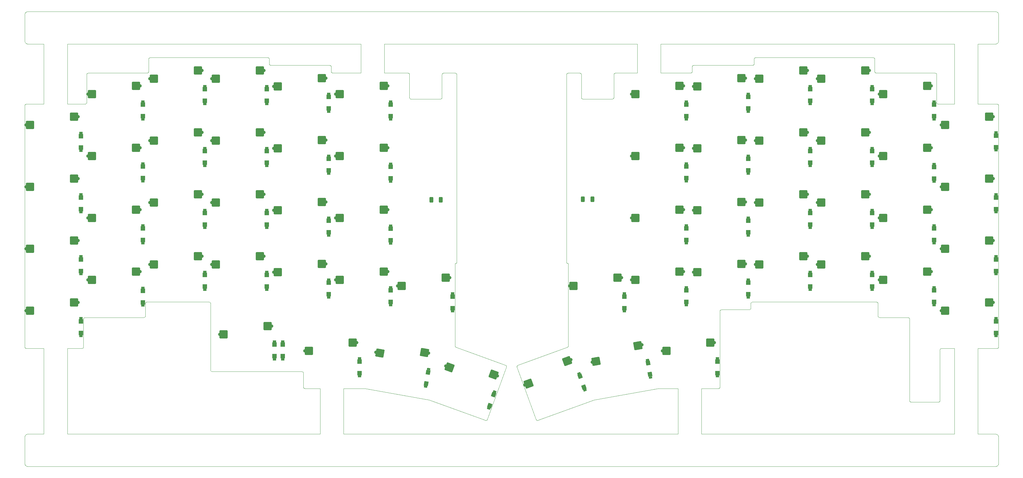
<source format=gbp>
G04 #@! TF.GenerationSoftware,KiCad,Pcbnew,7.0.2*
G04 #@! TF.CreationDate,2023-09-16T21:04:49+09:00*
G04 #@! TF.ProjectId,SumNight57,53756d4e-6967-4687-9435-372e6b696361,rev?*
G04 #@! TF.SameCoordinates,Original*
G04 #@! TF.FileFunction,Paste,Bot*
G04 #@! TF.FilePolarity,Positive*
%FSLAX46Y46*%
G04 Gerber Fmt 4.6, Leading zero omitted, Abs format (unit mm)*
G04 Created by KiCad (PCBNEW 7.0.2) date 2023-09-16 21:04:49*
%MOMM*%
%LPD*%
G01*
G04 APERTURE LIST*
G04 Aperture macros list*
%AMRoundRect*
0 Rectangle with rounded corners*
0 $1 Rounding radius*
0 $2 $3 $4 $5 $6 $7 $8 $9 X,Y pos of 4 corners*
0 Add a 4 corners polygon primitive as box body*
4,1,4,$2,$3,$4,$5,$6,$7,$8,$9,$2,$3,0*
0 Add four circle primitives for the rounded corners*
1,1,$1+$1,$2,$3*
1,1,$1+$1,$4,$5*
1,1,$1+$1,$6,$7*
1,1,$1+$1,$8,$9*
0 Add four rect primitives between the rounded corners*
20,1,$1+$1,$2,$3,$4,$5,0*
20,1,$1+$1,$4,$5,$6,$7,0*
20,1,$1+$1,$6,$7,$8,$9,0*
20,1,$1+$1,$8,$9,$2,$3,0*%
%AMFreePoly0*
4,1,5,0.300000,-0.500000,-0.300000,-0.500000,-0.300000,0.500000,0.300000,0.500000,0.300000,-0.500000,0.300000,-0.500000,$1*%
%AMFreePoly1*
4,1,5,0.700000,-0.650000,-0.700000,-0.650000,-0.700000,0.650000,0.700000,0.650000,0.700000,-0.650000,0.700000,-0.650000,$1*%
G04 Aperture macros list end*
%ADD10C,1.000000*%
%ADD11RoundRect,0.250000X1.025000X1.000000X-1.025000X1.000000X-1.025000X-1.000000X1.025000X-1.000000X0*%
%ADD12RoundRect,0.250000X-1.025000X-1.000000X1.025000X-1.000000X1.025000X1.000000X-1.025000X1.000000X0*%
%ADD13FreePoly0,90.000000*%
%ADD14FreePoly1,270.000000*%
%ADD15RoundRect,0.250000X0.312500X0.625000X-0.312500X0.625000X-0.312500X-0.625000X0.312500X-0.625000X0*%
%ADD16FreePoly0,80.000000*%
%ADD17FreePoly1,260.000000*%
%ADD18FreePoly0,70.000000*%
%ADD19FreePoly1,250.000000*%
%ADD20RoundRect,0.250000X-0.312500X-0.625000X0.312500X-0.625000X0.312500X0.625000X-0.312500X0.625000X0*%
%ADD21FreePoly0,110.000000*%
%ADD22FreePoly1,290.000000*%
%ADD23RoundRect,0.250000X1.183076X0.806818X-0.835780X1.162797X-1.183076X-0.806818X0.835780X-1.162797X0*%
%ADD24RoundRect,0.250000X-1.183076X-0.806818X0.835780X-1.162797X1.183076X0.806818X-0.835780X1.162797X0*%
%ADD25FreePoly0,100.000000*%
%ADD26FreePoly1,280.000000*%
%ADD27RoundRect,0.250000X0.621165X1.290263X-1.305205X0.589122X-0.621165X-1.290263X1.305205X-0.589122X0*%
%ADD28RoundRect,0.250000X-0.621165X-1.290263X1.305205X-0.589122X0.621165X1.290263X-1.305205X0.589122X0*%
%ADD29RoundRect,0.250000X0.835780X1.162797X-1.183076X0.806818X-0.835780X-1.162797X1.183076X-0.806818X0*%
%ADD30RoundRect,0.250000X-0.835780X-1.162797X1.183076X-0.806818X0.835780X1.162797X-1.183076X0.806818X0*%
%ADD31RoundRect,0.250000X1.305205X0.589122X-0.621165X1.290263X-1.305205X-0.589122X0.621165X-1.290263X0*%
%ADD32RoundRect,0.250000X-1.305205X-0.589122X0.621165X-1.290263X1.305205X0.589122X-0.621165X1.290263X0*%
G04 #@! TA.AperFunction,Profile*
%ADD33C,0.074083*%
G04 #@! TD*
G04 APERTURE END LIST*
D10*
X65369974Y-117871144D03*
D11*
X66619974Y-117871144D03*
D12*
X80119974Y-115331144D03*
D10*
X81394974Y-115331144D03*
X194419974Y-103583644D03*
D11*
X195669974Y-103583644D03*
D12*
X209169974Y-101043644D03*
D10*
X210444974Y-101043644D03*
D13*
X230367474Y-70892394D03*
D14*
X230367474Y-69917394D03*
X230367474Y-66367394D03*
D13*
X230367474Y-65392394D03*
X120367474Y-73273644D03*
D14*
X120367474Y-72298644D03*
X120367474Y-68748644D03*
D13*
X120367474Y-67773644D03*
D10*
X232519974Y-98821144D03*
D11*
X233769974Y-98821144D03*
D12*
X247269974Y-96281144D03*
D10*
X248544974Y-96281144D03*
X289669974Y-75008644D03*
D11*
X290919974Y-75008644D03*
D12*
X304419974Y-72468644D03*
D10*
X305694974Y-72468644D03*
D15*
X135791474Y-97986894D03*
X132866474Y-97986894D03*
D16*
X131111192Y-155527019D03*
D17*
X131280498Y-154566832D03*
X131896950Y-151070764D03*
D16*
X132066256Y-150110577D03*
D10*
X93944724Y-144517644D03*
D11*
X95194724Y-144517644D03*
D12*
X108694724Y-141977644D03*
D10*
X109969724Y-141977644D03*
D13*
X25117474Y-82928644D03*
D14*
X25117474Y-81953644D03*
X25117474Y-78403644D03*
D13*
X25117474Y-77428644D03*
X120367474Y-130423644D03*
D14*
X120367474Y-129448644D03*
X120367474Y-125898644D03*
D13*
X120367474Y-124923644D03*
X220842474Y-152307894D03*
D14*
X220842474Y-151332894D03*
X220842474Y-147782894D03*
D13*
X220842474Y-146807894D03*
D10*
X46319974Y-60721144D03*
D11*
X47569974Y-60721144D03*
D12*
X61069974Y-58181144D03*
D10*
X62344974Y-58181144D03*
X122519974Y-124514894D03*
D11*
X123769974Y-124514894D03*
D12*
X137269974Y-121974894D03*
D10*
X138544974Y-121974894D03*
X67750974Y-139437644D03*
D11*
X69000974Y-139437644D03*
D12*
X82500974Y-136897644D03*
D10*
X83775974Y-136897644D03*
D13*
X230367474Y-128042394D03*
D14*
X230367474Y-127067394D03*
X230367474Y-123517394D03*
D13*
X230367474Y-122542394D03*
X25117474Y-101848644D03*
D14*
X25117474Y-100873644D03*
X25117474Y-97323644D03*
D13*
X25117474Y-96348644D03*
X87188474Y-147092394D03*
D14*
X87188474Y-146117394D03*
X87188474Y-142567394D03*
D13*
X87188474Y-141592394D03*
D10*
X27269974Y-122633644D03*
D11*
X28519974Y-122633644D03*
D12*
X42019974Y-120093644D03*
D10*
X43294974Y-120093644D03*
D13*
X287517474Y-130423644D03*
D14*
X287517474Y-129448644D03*
X287517474Y-125898644D03*
D13*
X287517474Y-124923644D03*
D10*
X8219974Y-75008644D03*
D11*
X9469974Y-75008644D03*
D12*
X22969974Y-72468644D03*
D10*
X24244974Y-72468644D03*
X27269974Y-65483644D03*
D11*
X28519974Y-65483644D03*
D12*
X42019974Y-62943644D03*
D10*
X43294974Y-62943644D03*
D13*
X287517474Y-92453644D03*
D14*
X287517474Y-91478644D03*
X287517474Y-87928644D03*
D13*
X287517474Y-86953644D03*
X82267474Y-106611144D03*
D14*
X82267474Y-105636144D03*
X82267474Y-102086144D03*
D13*
X82267474Y-101111144D03*
X249417474Y-87561144D03*
D14*
X249417474Y-86586144D03*
X249417474Y-83036144D03*
D13*
X249417474Y-82061144D03*
D10*
X270619974Y-84533644D03*
D11*
X271869974Y-84533644D03*
D12*
X285369974Y-81993644D03*
D10*
X286644974Y-81993644D03*
X213469974Y-101202394D03*
D11*
X214719974Y-101202394D03*
D12*
X228219974Y-98662394D03*
D10*
X229494974Y-98662394D03*
D13*
X101317474Y-70892394D03*
D14*
X101317474Y-69917394D03*
X101317474Y-66367394D03*
D13*
X101317474Y-65392394D03*
X249417474Y-68511144D03*
D14*
X249417474Y-67536144D03*
X249417474Y-63986144D03*
D13*
X249417474Y-63011144D03*
D10*
X251569974Y-117871144D03*
D11*
X252819974Y-117871144D03*
D12*
X266319974Y-115331144D03*
D10*
X267594974Y-115331144D03*
D13*
X63217474Y-106611144D03*
D14*
X63217474Y-105636144D03*
X63217474Y-102086144D03*
D13*
X63217474Y-101111144D03*
X63217474Y-87561144D03*
D14*
X63217474Y-86586144D03*
X63217474Y-83036144D03*
D13*
X63217474Y-82061144D03*
X287517474Y-111373644D03*
D14*
X287517474Y-110398644D03*
X287517474Y-106848644D03*
D13*
X287517474Y-105873644D03*
D18*
X150513507Y-162216451D03*
D19*
X150846976Y-161300250D03*
X152061148Y-157964342D03*
D18*
X152394617Y-157048141D03*
D10*
X46319974Y-79771144D03*
D11*
X47569974Y-79771144D03*
D12*
X61069974Y-77231144D03*
D10*
X62344974Y-77231144D03*
X232519974Y-79771144D03*
D11*
X233769974Y-79771144D03*
D12*
X247269974Y-77231144D03*
D10*
X248544974Y-77231144D03*
X194419974Y-122633644D03*
D11*
X195669974Y-122633644D03*
D12*
X209169974Y-120093644D03*
D10*
X210444974Y-120093644D03*
X103469974Y-122633644D03*
D11*
X104719974Y-122633644D03*
D12*
X118219974Y-120093644D03*
D10*
X119494974Y-120093644D03*
X103469974Y-84533644D03*
D11*
X104719974Y-84533644D03*
D12*
X118219974Y-81993644D03*
D10*
X119494974Y-81993644D03*
D13*
X230367474Y-89942394D03*
D14*
X230367474Y-88967394D03*
X230367474Y-85417394D03*
D13*
X230367474Y-84442394D03*
X25117474Y-120898644D03*
D14*
X25117474Y-119923644D03*
X25117474Y-116373644D03*
D13*
X25117474Y-115398644D03*
X44167474Y-130553644D03*
D14*
X44167474Y-129578644D03*
X44167474Y-126028644D03*
D13*
X44167474Y-125053644D03*
D10*
X289669974Y-132158644D03*
D11*
X290919974Y-132158644D03*
D12*
X304419974Y-129618644D03*
D10*
X305694974Y-129618644D03*
D13*
X25117474Y-139948644D03*
D14*
X25117474Y-138973644D03*
X25117474Y-135423644D03*
D13*
X25117474Y-134448644D03*
D10*
X270619974Y-65483644D03*
D11*
X271869974Y-65483644D03*
D12*
X285369974Y-62943644D03*
D10*
X286644974Y-62943644D03*
X232519974Y-117871144D03*
D11*
X233769974Y-117871144D03*
D12*
X247269974Y-115331144D03*
D10*
X248544974Y-115331144D03*
X46319974Y-117871144D03*
D11*
X47569974Y-117871144D03*
D12*
X61069974Y-115331144D03*
D10*
X62344974Y-115331144D03*
D13*
X211317474Y-130423644D03*
D14*
X211317474Y-129448644D03*
X211317474Y-125898644D03*
D13*
X211317474Y-124923644D03*
D10*
X203944974Y-144517894D03*
D11*
X205194974Y-144517894D03*
D12*
X218694974Y-141977894D03*
D10*
X219969974Y-141977894D03*
X270619974Y-122633644D03*
D11*
X271869974Y-122633644D03*
D12*
X285369974Y-120093644D03*
D10*
X286644974Y-120093644D03*
X194419974Y-84533644D03*
D11*
X195669974Y-84533644D03*
D12*
X209169974Y-81993644D03*
D10*
X210444974Y-81993644D03*
X213469974Y-82152394D03*
D11*
X214719974Y-82152394D03*
D12*
X228219974Y-79612394D03*
D10*
X229494974Y-79612394D03*
D13*
X306567474Y-82798644D03*
D14*
X306567474Y-81823644D03*
X306567474Y-78273644D03*
D13*
X306567474Y-77298644D03*
X63217474Y-125661144D03*
D14*
X63217474Y-124686144D03*
X63217474Y-121136144D03*
D13*
X63217474Y-120161144D03*
D10*
X84419974Y-101202394D03*
D11*
X85669974Y-101202394D03*
D12*
X99169974Y-98662394D03*
D10*
X100444974Y-98662394D03*
X289669974Y-113108644D03*
D11*
X290919974Y-113108644D03*
D12*
X304419974Y-110568644D03*
D10*
X305694974Y-110568644D03*
X232519974Y-60721144D03*
D11*
X233769974Y-60721144D03*
D12*
X247269974Y-58181144D03*
D10*
X248544974Y-58181144D03*
X84419974Y-63102394D03*
D11*
X85669974Y-63102394D03*
D12*
X99169974Y-60562394D03*
D10*
X100444974Y-60562394D03*
X251569974Y-98821144D03*
D11*
X252819974Y-98821144D03*
D12*
X266319974Y-96281144D03*
D10*
X267594974Y-96281144D03*
X8219974Y-132158644D03*
D11*
X9469974Y-132158644D03*
D12*
X22969974Y-129618644D03*
D10*
X24244974Y-129618644D03*
D13*
X101317474Y-108992394D03*
D14*
X101317474Y-108017394D03*
X101317474Y-104467394D03*
D13*
X101317474Y-103492394D03*
X82267474Y-87561144D03*
D14*
X82267474Y-86586144D03*
X82267474Y-83036144D03*
D13*
X82267474Y-82061144D03*
D10*
X103469974Y-103583644D03*
D11*
X104719974Y-103583644D03*
D12*
X118219974Y-101043644D03*
D10*
X119494974Y-101043644D03*
D13*
X44167474Y-73273644D03*
D14*
X44167474Y-72298644D03*
X44167474Y-68748644D03*
D13*
X44167474Y-67773644D03*
D10*
X289669974Y-94058644D03*
D11*
X290919974Y-94058644D03*
D12*
X304419974Y-91518644D03*
D10*
X305694974Y-91518644D03*
X27269974Y-84533644D03*
D11*
X28519974Y-84533644D03*
D12*
X42019974Y-81993644D03*
D10*
X43294974Y-81993644D03*
D13*
X306567474Y-101848644D03*
D14*
X306567474Y-100873644D03*
X306567474Y-97323644D03*
D13*
X306567474Y-96348644D03*
X82267474Y-68511144D03*
D14*
X82267474Y-67536144D03*
X82267474Y-63986144D03*
D13*
X82267474Y-63011144D03*
D10*
X270619974Y-103583644D03*
D11*
X271869974Y-103583644D03*
D12*
X285369974Y-101043644D03*
D10*
X286644974Y-101043644D03*
D20*
X179475474Y-97859894D03*
X182400474Y-97859894D03*
D13*
X230367474Y-108992394D03*
D14*
X230367474Y-108017394D03*
X230367474Y-104467394D03*
D13*
X230367474Y-103492394D03*
X306567474Y-139948644D03*
D14*
X306567474Y-138973644D03*
X306567474Y-135423644D03*
D13*
X306567474Y-134448644D03*
D10*
X84419974Y-120252394D03*
D11*
X85669974Y-120252394D03*
D12*
X99169974Y-117712394D03*
D10*
X100444974Y-117712394D03*
D13*
X211317474Y-92323644D03*
D14*
X211317474Y-91348644D03*
X211317474Y-87798644D03*
D13*
X211317474Y-86823644D03*
X101317474Y-89942394D03*
D14*
X101317474Y-88967394D03*
X101317474Y-85417394D03*
D13*
X101317474Y-84442394D03*
X63217474Y-68511144D03*
D14*
X63217474Y-67536144D03*
X63217474Y-63986144D03*
D13*
X63217474Y-63011144D03*
X287517474Y-73273644D03*
D14*
X287517474Y-72298644D03*
X287517474Y-68748644D03*
D13*
X287517474Y-67773644D03*
D10*
X251569974Y-60721144D03*
D11*
X252819974Y-60721144D03*
D12*
X266319974Y-58181144D03*
D10*
X267594974Y-58181144D03*
D21*
X180173905Y-156564820D03*
D22*
X179840436Y-155648619D03*
X178626264Y-152312711D03*
D21*
X178292795Y-151396510D03*
D10*
X115823121Y-144921147D03*
D23*
X117054131Y-145138208D03*
D24*
X130790102Y-144981046D03*
D10*
X132045732Y-145202448D03*
D13*
X139417474Y-132304894D03*
D14*
X139417474Y-131329894D03*
X139417474Y-127779894D03*
D13*
X139417474Y-126804894D03*
D10*
X213469974Y-120252394D03*
D11*
X214719974Y-120252394D03*
D12*
X228219974Y-117712394D03*
D10*
X229494974Y-117712394D03*
D13*
X44167474Y-111373644D03*
D14*
X44167474Y-110398644D03*
X44167474Y-106848644D03*
D13*
X44167474Y-105873644D03*
X82267474Y-125661144D03*
D14*
X82267474Y-124686144D03*
X82267474Y-121136144D03*
D13*
X82267474Y-120161144D03*
D10*
X213469974Y-63102394D03*
D11*
X214719974Y-63102394D03*
D12*
X228219974Y-60562394D03*
D10*
X229494974Y-60562394D03*
D13*
X110842224Y-152307644D03*
D14*
X110842224Y-151332644D03*
X110842224Y-147782644D03*
D13*
X110842224Y-146807644D03*
D10*
X65369974Y-98821144D03*
D11*
X66619974Y-98821144D03*
D12*
X80119974Y-96281144D03*
D10*
X81394974Y-96281144D03*
X8219974Y-94058644D03*
D11*
X9469974Y-94058644D03*
D12*
X22969974Y-91518644D03*
D10*
X24244974Y-91518644D03*
D13*
X306567474Y-120898644D03*
D14*
X306567474Y-119923644D03*
X306567474Y-116373644D03*
D13*
X306567474Y-115398644D03*
X84648474Y-147092394D03*
D14*
X84648474Y-146117394D03*
X84648474Y-142567394D03*
D13*
X84648474Y-141592394D03*
D10*
X175369974Y-124514894D03*
D11*
X176619974Y-124514894D03*
D12*
X190119974Y-121974894D03*
D10*
X191394974Y-121974894D03*
D13*
X268467474Y-68511144D03*
D14*
X268467474Y-67536144D03*
X268467474Y-63986144D03*
D13*
X268467474Y-63011144D03*
D10*
X65369974Y-79771144D03*
D11*
X66619974Y-79771144D03*
D12*
X80119974Y-77231144D03*
D10*
X81394974Y-77231144D03*
X84419974Y-82152394D03*
D11*
X85669974Y-82152394D03*
D12*
X99169974Y-79612394D03*
D10*
X100444974Y-79612394D03*
X46319974Y-98821144D03*
D11*
X47569974Y-98821144D03*
D12*
X61069974Y-96281144D03*
D10*
X62344974Y-96281144D03*
D25*
X200321748Y-152657734D03*
D26*
X200152442Y-151697547D03*
X199535990Y-148201479D03*
D25*
X199366684Y-147241292D03*
D10*
X27269974Y-103583644D03*
D11*
X28519974Y-103583644D03*
D12*
X42019974Y-101043644D03*
D10*
X43294974Y-101043644D03*
D13*
X268467474Y-87561144D03*
D14*
X268467474Y-86586144D03*
X268467474Y-83036144D03*
D13*
X268467474Y-82061144D03*
X120367474Y-92377394D03*
D14*
X120367474Y-91402394D03*
X120367474Y-87852394D03*
D13*
X120367474Y-86877394D03*
X211317474Y-73273644D03*
D14*
X211317474Y-72298644D03*
X211317474Y-68748644D03*
D13*
X211317474Y-67773644D03*
D10*
X8219974Y-113108644D03*
D11*
X9469974Y-113108644D03*
D12*
X22969974Y-110568644D03*
D10*
X24244974Y-110568644D03*
X251569974Y-79771144D03*
D11*
X252819974Y-79771144D03*
D12*
X266319974Y-77231144D03*
D10*
X267594974Y-77231144D03*
D13*
X192267474Y-132304894D03*
D14*
X192267474Y-131329894D03*
X192267474Y-127779894D03*
D13*
X192267474Y-126804894D03*
X268467474Y-106611144D03*
D14*
X268467474Y-105636144D03*
X268467474Y-102086144D03*
D13*
X268467474Y-101111144D03*
X249417474Y-106611144D03*
D14*
X249417474Y-105636144D03*
X249417474Y-102086144D03*
D13*
X249417474Y-101111144D03*
X44167474Y-92323644D03*
D14*
X44167474Y-91348644D03*
X44167474Y-87798644D03*
D13*
X44167474Y-86823644D03*
X268467474Y-125661144D03*
D14*
X268467474Y-124686144D03*
X268467474Y-121136144D03*
D13*
X268467474Y-120161144D03*
X120367474Y-111427394D03*
D14*
X120367474Y-110452394D03*
X120367474Y-106902394D03*
D13*
X120367474Y-105927394D03*
D10*
X103469974Y-65483644D03*
D11*
X104719974Y-65483644D03*
D12*
X118219974Y-62943644D03*
D10*
X119494974Y-62943644D03*
X161631113Y-155023899D03*
D27*
X162805729Y-154596374D03*
D28*
X174622848Y-147592282D03*
D10*
X175820956Y-147156207D03*
X65369974Y-60721144D03*
D11*
X66619974Y-60721144D03*
D12*
X80119974Y-58181144D03*
D10*
X81394974Y-58181144D03*
X182328241Y-147920302D03*
D29*
X183559250Y-147703242D03*
D30*
X196413089Y-142857580D03*
D10*
X197668719Y-142636179D03*
D13*
X101317474Y-128042394D03*
D14*
X101317474Y-127067394D03*
X101317474Y-123517394D03*
D13*
X101317474Y-122542394D03*
X211317474Y-111373644D03*
D14*
X211317474Y-110398644D03*
X211317474Y-106848644D03*
D13*
X211317474Y-105873644D03*
D10*
X137299387Y-149116960D03*
D31*
X138474003Y-149544485D03*
D32*
X152028585Y-151774938D03*
D10*
X153226693Y-152211013D03*
D13*
X249417474Y-125661144D03*
D14*
X249417474Y-124686144D03*
X249417474Y-121136144D03*
D13*
X249417474Y-120161144D03*
D10*
X194419974Y-65483644D03*
D11*
X195669974Y-65483644D03*
D12*
X209169974Y-62943644D03*
D10*
X210444974Y-62943644D03*
D33*
X179035249Y-66670373D02*
X179044201Y-66693083D01*
X306573329Y-50029916D02*
X306525502Y-50040696D01*
X125728919Y-59004012D02*
X125753069Y-59008226D01*
X306381064Y-180058653D02*
X306329542Y-180059954D01*
X65077850Y-150664696D02*
X65063758Y-150644619D01*
X270191759Y-129744645D02*
X270181920Y-129722345D01*
X136463680Y-59036570D02*
X136486423Y-59027795D01*
X279576058Y-134214145D02*
X279551790Y-134208562D01*
X26698126Y-68409360D02*
X26716270Y-68393644D01*
X126395658Y-66926093D02*
X126416599Y-66938132D01*
X126375369Y-66913087D02*
X126395658Y-66926093D01*
X8000851Y-40500829D02*
X8028728Y-40461619D01*
X270267828Y-133889834D02*
X270259070Y-133867092D01*
X188556125Y-66995895D02*
X188581134Y-66992716D01*
X288319114Y-68218138D02*
X288329158Y-68240290D01*
X64979168Y-129910492D02*
X64977237Y-129885094D01*
X8193950Y-170288349D02*
X8231722Y-170258665D01*
X93757272Y-155984351D02*
X93737851Y-155969234D01*
X165421601Y-165874328D02*
X165398092Y-165869044D01*
X83060296Y-56289181D02*
X83069249Y-56311891D01*
X306481996Y-40071447D02*
X306531283Y-40080241D01*
X179104240Y-66797631D02*
X179119084Y-66816522D01*
X232119906Y-56218018D02*
X232124303Y-56193390D01*
X64778970Y-129535505D02*
X64759365Y-129521565D01*
X44959238Y-129767663D02*
X44951570Y-129790833D01*
X44929342Y-133723653D02*
X44927511Y-133748266D01*
X212859613Y-58913146D02*
X212879218Y-58899205D01*
X159516493Y-148892306D02*
X174650923Y-143383685D01*
X230730676Y-131806999D02*
X230706048Y-131811396D01*
X306963294Y-170286488D02*
X307000420Y-170318732D01*
X159448972Y-148922646D02*
X159470884Y-148911465D01*
X126603844Y-66995895D02*
X126629244Y-66997826D01*
X178626837Y-59013606D02*
X178650386Y-59020134D01*
X132083103Y-159531626D02*
X132072325Y-159529620D01*
X45968116Y-54544639D02*
X45977988Y-54522339D01*
X8208165Y-68538605D02*
X8232049Y-68533225D01*
X307184156Y-143577090D02*
X307165932Y-143594167D01*
X135973157Y-66884303D02*
X135991301Y-66868587D01*
X93684053Y-155918097D02*
X93667952Y-155899403D01*
X126070978Y-59221071D02*
X126084041Y-59241765D01*
X83176403Y-56470839D02*
X83193769Y-56487395D01*
X287904245Y-59014276D02*
X287927936Y-59021014D01*
X174609248Y-59162843D02*
X174626326Y-59144850D01*
X307184156Y-68669852D02*
X307201049Y-68687844D01*
X150067328Y-165643462D02*
X150054099Y-165664046D01*
X125952462Y-59096567D02*
X125971884Y-59111672D01*
X221557036Y-155796343D02*
X221546082Y-155818140D01*
X150079565Y-165622204D02*
X150067328Y-165643462D01*
X280081408Y-160077300D02*
X280065055Y-160058572D01*
X269943239Y-129483861D02*
X269920889Y-129473975D01*
X140405311Y-117530619D02*
X140393116Y-117532141D01*
X213408045Y-56647621D02*
X213431266Y-56639761D01*
X64985295Y-150441013D02*
X64982264Y-150416578D01*
X44882051Y-133912391D02*
X44871098Y-133934187D01*
X306477117Y-170070971D02*
X306525502Y-170079402D01*
X8193950Y-179831628D02*
X8157670Y-179800201D01*
X231145682Y-129810980D02*
X231140099Y-129835176D01*
X270117117Y-129619133D02*
X270101170Y-129600439D01*
X159234175Y-149150805D02*
X159245222Y-149128560D01*
X98730063Y-170060015D02*
X98730063Y-156082621D01*
X7890759Y-40716136D02*
X7908662Y-40670717D01*
X44746924Y-134085535D02*
X44727502Y-134100640D01*
X8440764Y-179981377D02*
X8396474Y-179961353D01*
X82990668Y-54541431D02*
X82999620Y-54564141D01*
X26380018Y-134198672D02*
X26355233Y-134199286D01*
X83019801Y-54635304D02*
X83024198Y-54659932D01*
X7830699Y-143248388D02*
X7830085Y-143223605D01*
X7830085Y-49059992D02*
X7830085Y-41060051D01*
X149564587Y-165877789D02*
X149540448Y-165873486D01*
X280116525Y-160112371D02*
X280098768Y-160095294D01*
X232391653Y-54296382D02*
X232413203Y-54285340D01*
X288207041Y-59239277D02*
X288219114Y-59260218D01*
X232145803Y-54611109D02*
X232152539Y-54587377D01*
X221318637Y-156034715D02*
X221296337Y-156044588D01*
X140181470Y-142953156D02*
X140185981Y-142991603D01*
X46405318Y-54236651D02*
X46430147Y-54236037D01*
X174744502Y-59057395D02*
X174766307Y-59046442D01*
X93332132Y-150951207D02*
X93311448Y-150938118D01*
X288279023Y-59472861D02*
X288279677Y-59498599D01*
X7928116Y-143520950D02*
X7914024Y-143500874D01*
X213064321Y-58623464D02*
X213069904Y-58599268D01*
X26895824Y-59373609D02*
X26902561Y-59349878D01*
X280237607Y-160193701D02*
X280215908Y-160182748D01*
X165493665Y-165883321D02*
X165469428Y-165881485D01*
X125704517Y-59000981D02*
X125728919Y-59004012D01*
X231553836Y-129441669D02*
X231529208Y-129446065D01*
X64982264Y-150416578D02*
X64980433Y-150391926D01*
X136082732Y-66757738D02*
X136094772Y-66736796D01*
X307245958Y-68746071D02*
X307258940Y-68766765D01*
X188699553Y-66959186D02*
X188721691Y-66949174D01*
X7900961Y-68766765D02*
X7914024Y-68746071D01*
X136509577Y-59020134D02*
X136533104Y-59013606D01*
X136486423Y-59027795D02*
X136509577Y-59020134D01*
X174785734Y-143309480D02*
X174800537Y-143297590D01*
X8094583Y-143664544D02*
X8073314Y-143652527D01*
X8116388Y-143675497D02*
X8094583Y-143664544D01*
X26596838Y-68474232D02*
X26618400Y-68463190D01*
X93200151Y-150888766D02*
X93176607Y-150882231D01*
X174866879Y-143230611D02*
X174878530Y-143215829D01*
X7831386Y-179111556D02*
X7830085Y-179060107D01*
X45846034Y-58775852D02*
X45859122Y-58755168D01*
X270084272Y-129582491D02*
X270066048Y-129565366D01*
X270473103Y-134127529D02*
X270452291Y-134114466D01*
X8778494Y-40061227D02*
X8829945Y-40059926D01*
X26880083Y-68023470D02*
X26880083Y-59498599D01*
X101818272Y-56677623D02*
X101839214Y-56689659D01*
X64979818Y-146712931D02*
X64979818Y-129936228D01*
X26306201Y-134204150D02*
X26282037Y-134208366D01*
X231190286Y-129697590D02*
X231179244Y-129719152D01*
X307270895Y-68788034D02*
X307281804Y-68809839D01*
X93613675Y-155817992D02*
X93602721Y-155796188D01*
X179266590Y-66938132D02*
X179288152Y-66949174D01*
X149710512Y-165878603D02*
X149686279Y-165881438D01*
X65126135Y-150720835D02*
X65109056Y-150702845D01*
X306951273Y-143708335D02*
X306927420Y-143713715D01*
X102194126Y-58816580D02*
X102209842Y-58834723D01*
X45503838Y-58993058D02*
X45528002Y-58988841D01*
X288078368Y-59097867D02*
X288097273Y-59112711D01*
X136008667Y-66852031D02*
X136025224Y-66834665D01*
X25657423Y-143639464D02*
X25636729Y-143652527D01*
X25918025Y-134507408D02*
X25909239Y-134530164D01*
X231169232Y-129741303D02*
X231160280Y-129764013D01*
X126204223Y-66715234D02*
X126215264Y-66736796D01*
X306712530Y-170136124D02*
X306757194Y-170155885D01*
X8232049Y-143713715D02*
X8208165Y-143708335D01*
X140281279Y-117578526D02*
X140271574Y-117586085D01*
X8727718Y-50054953D02*
X8677681Y-50048591D01*
X289166131Y-160059696D02*
X289150458Y-160077833D01*
X307310218Y-170863968D02*
X307318687Y-170912282D01*
X307043123Y-68571441D02*
X307065000Y-68582395D01*
X307070087Y-179732369D02*
X307036985Y-179767094D01*
X268851291Y-54251107D02*
X268874824Y-54257635D01*
X174495069Y-59376616D02*
X174501599Y-59353068D01*
X269230306Y-58523260D02*
X269232147Y-58547880D01*
X287995964Y-59047839D02*
X288017518Y-59058881D01*
X44527994Y-134188982D02*
X44503814Y-134193196D01*
X136284343Y-59162843D02*
X136301420Y-59144850D01*
X280282485Y-160212349D02*
X280259813Y-160203574D01*
X155902372Y-149108079D02*
X155914051Y-149129048D01*
X178875673Y-59162843D02*
X178891772Y-59181570D01*
X232370724Y-54308421D02*
X232391653Y-54296382D01*
X140236653Y-117621007D02*
X140229094Y-117630713D01*
X64797860Y-129550349D02*
X64778970Y-129535505D01*
X159387195Y-148962237D02*
X159407094Y-148948061D01*
X178957002Y-59284839D02*
X178966875Y-59307140D01*
X268943129Y-54283943D02*
X268965003Y-54294896D01*
X126025682Y-59162843D02*
X126041781Y-59181570D01*
X269084150Y-54382351D02*
X269101043Y-54400343D01*
X82848001Y-54350211D02*
X82866145Y-54365927D01*
X183076194Y-159531874D02*
X183065526Y-159534097D01*
X159193184Y-149437707D02*
X159190091Y-149413427D01*
X83144131Y-56435329D02*
X83159847Y-56453473D01*
X306763415Y-40158533D02*
X306806544Y-40180616D01*
X64739076Y-129508559D02*
X64718134Y-129496520D01*
X140569785Y-117486710D02*
X140559641Y-117493210D01*
X25841924Y-143414836D02*
X25832052Y-143437125D01*
X269851389Y-129450986D02*
X269827536Y-129445602D01*
X288905235Y-160225870D02*
X288880964Y-160231453D01*
X82915783Y-54417993D02*
X82930627Y-54436883D01*
X159192442Y-149291704D02*
X159196461Y-149267606D01*
X178802457Y-59096567D02*
X178821878Y-59111672D01*
X174825649Y-117548474D02*
X174814265Y-117544074D01*
X174621630Y-117504746D02*
X174610848Y-117499227D01*
X189169372Y-59127772D02*
X189188064Y-59111672D01*
X269145952Y-54458571D02*
X269158934Y-54479265D01*
X8311491Y-179915196D02*
X8270923Y-179889188D01*
X132104449Y-159536359D02*
X132093810Y-159533874D01*
X136124780Y-66670373D02*
X136132640Y-66647137D01*
X112479139Y-156082621D02*
X105929907Y-156082621D01*
X269473834Y-58927574D02*
X269494984Y-58939612D01*
X306719104Y-179981377D02*
X306673672Y-179999280D01*
X132156736Y-159552111D02*
X132146389Y-159548538D01*
X25715652Y-143594167D02*
X25696924Y-143610267D01*
X27026531Y-59144983D02*
X27043897Y-59128427D01*
X174626326Y-59144850D02*
X174644316Y-59127772D01*
X83027378Y-54684962D02*
X83029308Y-54710361D01*
X213194217Y-56799195D02*
X213209928Y-56781059D01*
X179044201Y-66693083D02*
X179054214Y-66715234D01*
X232215438Y-54456488D02*
X232229374Y-54436883D01*
X64849927Y-129599987D02*
X64833370Y-129582621D01*
X93584074Y-155751130D02*
X93576414Y-155727959D01*
X7831386Y-49111444D02*
X7830085Y-49059992D01*
X174897807Y-117594139D02*
X174888455Y-117586085D01*
X26965474Y-59218988D02*
X26979414Y-59199383D01*
X8778494Y-50058816D02*
X8727718Y-50054953D01*
X102320692Y-58926151D02*
X102341633Y-58938191D01*
X136581111Y-59004012D02*
X136605512Y-59000981D01*
X289703943Y-143729167D02*
X289679375Y-143733564D01*
X112490042Y-156082733D02*
X112479139Y-156082621D01*
X202658267Y-156083113D02*
X202647374Y-156083724D01*
X280098768Y-160095294D02*
X280081408Y-160077300D01*
X136176715Y-59353068D02*
X136184374Y-59329896D01*
X136094772Y-66736796D02*
X136105814Y-66715234D01*
X213090218Y-57016378D02*
X213095801Y-56992201D01*
X64604741Y-129451915D02*
X64580545Y-129446332D01*
X136105814Y-66715234D02*
X136115827Y-66693083D01*
X46261442Y-54265295D02*
X46284615Y-54257635D01*
X307319975Y-68925500D02*
X307324198Y-68949681D01*
X102455024Y-58982795D02*
X102479220Y-58988378D01*
X65357812Y-150852082D02*
X65334284Y-150845553D01*
X300929396Y-68523535D02*
X306829603Y-68523535D01*
X126269093Y-66816522D02*
X126284809Y-66834665D01*
X269232147Y-58547880D02*
X269235197Y-58572292D01*
X306719104Y-40138507D02*
X306763415Y-40158533D01*
X293730085Y-170060015D02*
X293730085Y-143723406D01*
X231099604Y-131489052D02*
X231090652Y-131511761D01*
X221583347Y-155728155D02*
X221575686Y-155751310D01*
X232069717Y-56355604D02*
X232080759Y-56334042D01*
X126301365Y-66852031D02*
X126318731Y-66868587D01*
X140680006Y-59498599D02*
X140680006Y-117279620D01*
X8532625Y-180015000D02*
X8486168Y-179999280D01*
X174499642Y-117376804D02*
X174495165Y-117365464D01*
X289018807Y-160181271D02*
X288997232Y-160192311D01*
X288017518Y-59058881D02*
X288038458Y-59070921D01*
X45951681Y-54590568D02*
X45959341Y-54567395D01*
X126284809Y-66834665D02*
X126301365Y-66852031D01*
X101994564Y-56837673D02*
X102007569Y-56857952D01*
X140598104Y-117464474D02*
X140589033Y-117472326D01*
X288219114Y-59260218D02*
X288230189Y-59281780D01*
X231948104Y-56503111D02*
X231966248Y-56487395D01*
X232152539Y-54587377D02*
X232160399Y-54564141D01*
X8532625Y-50015140D02*
X8486168Y-49999412D01*
X179007493Y-66549552D02*
X179010672Y-66574581D01*
X269131964Y-54438493D02*
X269145952Y-54458571D01*
X165136491Y-165706045D02*
X165121161Y-165686911D01*
X307324538Y-40957779D02*
X307328395Y-41008577D01*
X26505008Y-68507795D02*
X26528740Y-68501057D01*
X232458035Y-54266375D02*
X232481255Y-54258514D01*
X279501940Y-134200986D02*
X279476420Y-134199055D01*
X44951570Y-129790833D02*
X44945035Y-129814376D01*
X102102431Y-58647195D02*
X102110292Y-58670432D01*
X188890685Y-66816522D02*
X188905524Y-66797631D01*
X269278016Y-58712101D02*
X269289095Y-58733904D01*
X136419594Y-59057395D02*
X136441391Y-59046442D01*
X307000420Y-49801383D02*
X306963294Y-49833592D01*
X288310132Y-68195429D02*
X288319114Y-68218138D01*
X288631389Y-68501057D02*
X288655080Y-68507795D01*
X307035963Y-170352938D02*
X307070221Y-170388877D01*
X7851684Y-68878068D02*
X7859344Y-68854895D01*
X26794693Y-68303083D02*
X26807698Y-68282794D01*
X222104475Y-131817156D02*
X222078762Y-131817806D01*
X231706166Y-56611525D02*
X231730794Y-56607128D01*
X174561910Y-117464474D02*
X174553227Y-117456201D01*
X269395583Y-58869081D02*
X269414108Y-58885222D01*
X140457444Y-59082475D02*
X140477537Y-59096567D01*
X65001417Y-150512624D02*
X64994888Y-150489077D01*
X8028728Y-170461664D02*
X8058411Y-170423891D01*
X179151356Y-66852031D02*
X179168721Y-66868587D01*
X213077480Y-58549611D02*
X213079411Y-58524212D01*
X213079411Y-58524212D02*
X213080061Y-58498475D01*
X149991852Y-165738995D02*
X149974105Y-165755724D01*
X221273582Y-156053363D02*
X221250411Y-156061023D01*
X125846350Y-59036570D02*
X125868639Y-59046442D01*
X7877991Y-68809839D02*
X7888944Y-68788034D01*
X140643816Y-117409096D02*
X140637314Y-117419230D01*
X307318185Y-179212367D02*
X307309400Y-179261602D01*
X174980070Y-142913783D02*
X174980070Y-117779421D01*
X213579863Y-56617285D02*
X231630003Y-56617285D01*
X178554334Y-59000981D02*
X178578772Y-59004012D01*
X307161115Y-49614861D02*
X307132832Y-49655016D01*
X83504282Y-56616635D02*
X83530020Y-56617285D01*
X93425364Y-151031684D02*
X93408239Y-151013735D01*
X269986481Y-129506871D02*
X269965116Y-129494832D01*
X174979762Y-117767050D02*
X174978842Y-117754757D01*
X102152337Y-58757796D02*
X102165343Y-58778085D01*
X269827536Y-129445602D02*
X269803403Y-129441386D01*
X25993272Y-134381892D02*
X25978132Y-134401292D01*
X287830574Y-59001117D02*
X287855532Y-59004296D01*
X189004185Y-66524153D02*
X189004835Y-66498416D01*
X270235277Y-133772401D02*
X270232236Y-133747999D01*
X140429976Y-117529391D02*
X140417605Y-117529699D01*
X27120825Y-59070921D02*
X27141766Y-59058881D01*
X232350446Y-54321427D02*
X232370724Y-54308421D01*
X212774669Y-58959245D02*
X212796821Y-58949232D01*
X213102538Y-56968486D02*
X213110398Y-56945266D01*
X232140221Y-54635304D02*
X232145803Y-54611109D01*
X8829945Y-170060015D02*
X13730028Y-170060015D01*
X45930082Y-58498475D02*
X45930082Y-54736098D01*
X126154921Y-66498416D02*
X126155571Y-66524153D01*
X288230189Y-59281780D02*
X288240234Y-59303932D01*
X8122945Y-49767125D02*
X8089838Y-49732388D01*
X288608185Y-68493197D02*
X288631389Y-68501057D01*
X8089838Y-179732369D02*
X8058411Y-179696090D01*
X188676857Y-66968139D02*
X188699553Y-66959186D01*
X231080640Y-131533913D02*
X231069598Y-131555475D01*
X270229780Y-133698603D02*
X270229780Y-129935969D01*
X270146082Y-129658594D02*
X270132094Y-129638532D01*
X269965116Y-129494832D02*
X269943239Y-129483861D01*
X140660362Y-117376804D02*
X140655356Y-117387867D01*
X7914024Y-143500874D02*
X7900961Y-143480185D01*
X202669171Y-156082745D02*
X202658267Y-156083113D01*
X65266097Y-150819246D02*
X65244300Y-150808293D01*
X189455502Y-59000981D02*
X189480124Y-58999150D01*
X189151426Y-59144850D02*
X189169372Y-59127772D01*
X196230070Y-58998536D02*
X196230070Y-50060118D01*
X140650751Y-59329896D02*
X140658411Y-59353068D01*
X45707400Y-58914485D02*
X45727463Y-58900363D01*
X83478883Y-56614704D02*
X83504282Y-56616635D01*
X189207461Y-59096567D02*
X189227522Y-59082475D01*
X165069103Y-165602087D02*
X165058604Y-165578903D01*
X7974843Y-179578550D02*
X7950767Y-179536680D01*
X64979818Y-150367098D02*
X64979818Y-146712931D01*
X174881968Y-59008226D02*
X174906149Y-59004012D01*
X268965003Y-54294896D02*
X268986366Y-54306912D01*
X7908662Y-40670717D02*
X7928686Y-40626414D01*
X82606057Y-54241798D02*
X82630686Y-54246194D01*
X221534064Y-155839403D02*
X221520999Y-155860092D01*
X7959321Y-143559098D02*
X7943221Y-143540371D01*
X83090303Y-56355604D02*
X83102342Y-56376545D01*
X8353362Y-179939272D02*
X8311491Y-179915196D01*
X307211460Y-170589153D02*
X307233453Y-170632752D01*
X174632706Y-117509750D02*
X174621630Y-117504746D01*
X270632030Y-134188715D02*
X270608178Y-134183335D01*
X269219969Y-54638000D02*
X269224192Y-54662180D01*
X178602953Y-59008226D02*
X178626837Y-59013606D01*
X189004835Y-66498416D02*
X189004835Y-59498599D01*
X288779707Y-160241610D02*
X280450636Y-160241610D01*
X44816822Y-134015637D02*
X44800722Y-134034363D01*
X82581027Y-54238618D02*
X82606057Y-54241798D01*
X45094485Y-129565626D02*
X45076536Y-129582751D01*
X136605512Y-59000981D02*
X136630123Y-58999150D01*
X25858359Y-143368938D02*
X25850699Y-143392093D01*
X231140099Y-129835176D02*
X231135703Y-129859804D01*
X213226479Y-56763700D02*
X213243838Y-56747149D01*
X82746712Y-54285340D02*
X82768275Y-54296382D01*
X189313572Y-59036570D02*
X189336329Y-59027795D01*
X101631029Y-56619866D02*
X101656058Y-56623046D01*
X26807698Y-68282794D02*
X26819738Y-68261852D01*
X179356250Y-66975999D02*
X179379982Y-66982736D01*
X289302369Y-144074752D02*
X289295605Y-144098484D01*
X213129360Y-56900432D02*
X213140400Y-56878882D01*
X307216994Y-143540371D02*
X307201049Y-143559098D01*
X26952468Y-59239277D02*
X26965474Y-59218988D01*
X306927420Y-143713715D02*
X306903287Y-143717929D01*
X8028728Y-49658312D02*
X8000851Y-49619099D01*
X83029959Y-56117224D02*
X83030609Y-56142962D01*
X64979818Y-129936228D02*
X64979168Y-129910492D01*
X230629881Y-131817156D02*
X222104475Y-131817156D01*
X306848428Y-40204695D02*
X306889005Y-40230706D01*
X155942902Y-149194938D02*
X155950395Y-149217761D01*
X213528774Y-56619866D02*
X213554150Y-56617936D01*
X179288152Y-66949174D02*
X179310304Y-66959186D01*
X165080648Y-165624499D02*
X165069103Y-165602087D01*
X44831927Y-133996215D02*
X44816822Y-134015637D01*
X179004911Y-59498599D02*
X179004911Y-66498416D01*
X8058411Y-170423891D02*
X8089838Y-170387611D01*
X93557261Y-155631960D02*
X93555430Y-155607339D01*
X306974809Y-68545134D02*
X306997989Y-68552794D01*
X232124303Y-56193390D02*
X232127483Y-56168361D01*
X45882130Y-58712101D02*
X45892016Y-58689801D01*
X13730028Y-170060015D02*
X13730028Y-143723406D01*
X159349642Y-148993377D02*
X159368034Y-148977352D01*
X65311129Y-150837893D02*
X65288386Y-150829118D01*
X102074193Y-57040987D02*
X102077373Y-57065995D01*
X26733636Y-68377088D02*
X26750192Y-68359722D01*
X126215264Y-66736796D02*
X126227304Y-66757738D01*
X307328395Y-41008577D02*
X307329695Y-41060051D01*
X289541957Y-143783752D02*
X289521017Y-143795791D01*
X8157670Y-179800201D02*
X8122945Y-179767094D01*
X93841097Y-156034558D02*
X93819300Y-156023581D01*
X230868264Y-131756811D02*
X230846702Y-131767853D01*
X102040663Y-56922570D02*
X102049616Y-56945266D01*
X64628473Y-129458653D02*
X64604741Y-129451915D01*
X93128567Y-150872630D02*
X93104154Y-150869598D01*
X132146389Y-159548538D02*
X132135990Y-159545170D01*
X25874481Y-143297402D02*
X25870267Y-143321553D01*
X155950395Y-149217761D02*
X155956795Y-149240947D01*
X269046997Y-54349173D02*
X269065926Y-54365273D01*
X179077295Y-66757738D02*
X179090300Y-66778026D01*
X232481255Y-54258514D02*
X232504969Y-54251777D01*
X179168721Y-66868587D02*
X179186865Y-66884303D01*
X140325367Y-59020134D02*
X140348546Y-59027795D01*
X7875039Y-170762572D02*
X7890759Y-170716115D01*
X8396474Y-40158533D02*
X8440764Y-40138507D01*
X174778970Y-117534257D02*
X174766895Y-117532141D01*
X140187514Y-117718552D02*
X140184813Y-117730486D01*
X102069797Y-57016378D02*
X102074193Y-57040987D01*
X288975057Y-160202322D02*
X288952312Y-160211274D01*
X45430018Y-129436175D02*
X45405233Y-129436789D01*
X82555628Y-54236687D02*
X82581027Y-54238618D01*
X215929884Y-156082621D02*
X215929884Y-170060015D01*
X307070087Y-40387551D02*
X307101505Y-40423839D01*
X269181798Y-54522339D02*
X269191641Y-54544639D01*
X126554187Y-66988319D02*
X126578815Y-66992716D01*
X93667952Y-155899403D02*
X93652847Y-155880004D01*
X93246079Y-150905222D02*
X93223322Y-150896435D01*
X188919460Y-66778026D02*
X188932463Y-66757738D01*
X306806544Y-40180616D02*
X306848428Y-40204695D01*
X13730028Y-50060118D02*
X8829945Y-50060118D01*
X94029834Y-156082004D02*
X94005221Y-156080164D01*
X213363212Y-56666583D02*
X213385350Y-56656572D01*
X135827004Y-66968139D02*
X135849714Y-66959186D01*
X159368034Y-148977352D02*
X159387195Y-148962237D01*
X221402478Y-155984589D02*
X221382401Y-155998682D01*
X26877502Y-68074607D02*
X26879433Y-68049208D01*
X126154306Y-59473770D02*
X126154921Y-59498599D01*
X307131179Y-179658318D02*
X307101505Y-179696090D01*
X140515958Y-117514225D02*
X140504340Y-117518154D01*
X174980070Y-117779421D02*
X174979762Y-117767050D01*
X307253279Y-49442680D02*
X307233453Y-49487294D01*
X174919344Y-143152646D02*
X174928040Y-143135922D01*
X8052620Y-68607475D02*
X8073314Y-68594411D01*
X136225987Y-59241765D02*
X136239049Y-59221071D01*
X45816772Y-58815313D02*
X45831911Y-58795914D01*
X25870267Y-143321553D02*
X25864888Y-143345411D01*
X83250407Y-56531895D02*
X83270696Y-56544901D01*
X188505034Y-66998477D02*
X188530748Y-66997826D01*
X202593306Y-156090296D02*
X183086897Y-159529879D01*
X280065055Y-160058572D02*
X280049724Y-160039150D01*
X102080605Y-58524212D02*
X102082535Y-58549611D01*
X208730055Y-156082621D02*
X202680082Y-156082621D01*
X44643656Y-134150766D02*
X44621355Y-134160638D01*
X44551878Y-134183602D02*
X44527994Y-134188982D01*
X126165078Y-66599210D02*
X126170661Y-66623405D01*
X83029959Y-54736098D02*
X83029959Y-56117224D01*
X307209105Y-179536680D02*
X307185041Y-179578550D01*
X189034203Y-59329896D02*
X189043003Y-59307140D01*
X288541812Y-68463190D02*
X288563365Y-68474232D01*
X174960987Y-117683809D02*
X174956039Y-117672652D01*
X136055785Y-66797631D02*
X136069726Y-66778026D01*
X179002466Y-59449117D02*
X179004297Y-59473770D01*
X213119349Y-56922570D02*
X213129360Y-56900432D01*
X174900119Y-143185014D02*
X174910033Y-143169016D01*
X232130064Y-54736098D02*
X232130715Y-54710361D01*
X26902561Y-59349878D02*
X26910422Y-59326641D01*
X45920388Y-58596457D02*
X45924604Y-58572292D01*
X45173325Y-129507135D02*
X45152641Y-129520224D01*
X64833370Y-129582621D02*
X64816004Y-129566065D01*
X231350391Y-129521298D02*
X231330785Y-129535239D01*
X8013119Y-68636672D02*
X8032542Y-68621567D01*
X8232049Y-68533225D02*
X8256229Y-68529012D01*
X126008604Y-59144850D02*
X126025682Y-59162843D01*
X289277235Y-159792897D02*
X289274076Y-159817905D01*
X221887871Y-131866403D02*
X221866331Y-131877432D01*
X102179283Y-58797690D02*
X102194126Y-58816580D01*
X232293833Y-54365927D02*
X232311969Y-54350211D01*
X45892016Y-58689801D02*
X45900802Y-58667045D01*
X306889005Y-40230706D02*
X306928211Y-40258587D01*
X231391620Y-129496253D02*
X231370679Y-129508293D01*
X93223322Y-150896435D02*
X93200151Y-150888766D01*
X26330614Y-134201118D02*
X26306201Y-134204150D01*
X307065000Y-68582395D02*
X307086365Y-68594411D01*
X288280330Y-68049208D02*
X288282269Y-68074607D01*
X27080931Y-59097867D02*
X27100536Y-59083926D01*
X136253140Y-59200993D02*
X136268244Y-59181570D01*
X93819300Y-156023581D02*
X93798037Y-156011543D01*
X306620505Y-50016837D02*
X306573329Y-50029916D01*
X213082642Y-57065995D02*
X213085822Y-57040987D01*
X45686716Y-58927574D02*
X45707400Y-58914485D01*
X307159045Y-40500829D02*
X307185041Y-40541407D01*
X188605743Y-66988319D02*
X188629921Y-66982736D01*
X7861564Y-49309884D02*
X7850399Y-49261505D01*
X102085715Y-58574640D02*
X102090111Y-58599268D01*
X288329158Y-68240290D02*
X288340231Y-68261852D01*
X140199036Y-117683809D02*
X140194635Y-117695192D01*
X288132826Y-59144983D02*
X288149409Y-59162349D01*
X213479157Y-56627442D02*
X213503766Y-56623046D01*
X26885844Y-59422433D02*
X26890241Y-59397805D01*
X102503848Y-58992775D02*
X102528878Y-58995954D01*
X306924680Y-170256240D02*
X306963294Y-170286488D01*
X8122945Y-179767094D02*
X8089838Y-179732369D01*
X83102342Y-56376545D02*
X83115347Y-56396834D01*
X159257303Y-149106990D02*
X159270384Y-149086123D01*
X140216476Y-143101620D02*
X140231975Y-143136058D01*
X25796020Y-143500874D02*
X25781927Y-143520950D01*
X155971731Y-149360917D02*
X155971174Y-149385437D01*
X93863386Y-156044455D02*
X93841097Y-156034558D01*
X307127405Y-143625372D02*
X307107180Y-143639464D01*
X221825146Y-131902449D02*
X221805562Y-131916373D01*
X279965762Y-159863610D02*
X279960336Y-159839752D01*
X45528002Y-58988841D02*
X45551877Y-58983458D01*
X140291316Y-117571472D02*
X140281279Y-117578526D01*
X125776928Y-59013606D02*
X125800454Y-59020134D01*
X174965387Y-117695192D02*
X174960987Y-117683809D01*
X288679224Y-68513378D02*
X288703791Y-68517775D01*
X26750192Y-68359722D02*
X26765908Y-68341578D01*
X212839324Y-58926151D02*
X212859613Y-58913146D01*
X213454980Y-56633025D02*
X213479157Y-56627442D01*
X307299408Y-170816235D02*
X307310218Y-170863968D01*
X149661953Y-165883086D02*
X149637577Y-165883546D01*
X26188694Y-134236738D02*
X26166393Y-134246624D01*
X26639341Y-68451150D02*
X26659630Y-68438145D01*
X222078762Y-131817806D02*
X222053387Y-131819735D01*
X279950575Y-134698474D02*
X279949929Y-134672736D01*
X45765557Y-58869081D02*
X45783506Y-58851956D01*
X213019717Y-58736855D02*
X213030759Y-58715293D01*
X125890435Y-59057395D02*
X125911697Y-59069412D01*
X179090300Y-66778026D02*
X179104240Y-66797631D01*
X174704713Y-143360472D02*
X174721812Y-143351458D01*
X45831911Y-58795914D02*
X45846034Y-58775852D01*
X7868119Y-68832139D02*
X7877991Y-68809839D01*
X125868639Y-59046442D02*
X125890435Y-59057395D01*
X212704991Y-58982795D02*
X212728723Y-58976058D01*
X155971081Y-149336518D02*
X155971731Y-149360917D01*
X44727502Y-134100640D02*
X44707424Y-134114733D01*
X306329542Y-40059926D02*
X306381064Y-40061227D01*
X232311969Y-54350211D02*
X232330850Y-54335367D01*
X279851719Y-134399253D02*
X279836923Y-134380363D01*
X140677561Y-59449117D02*
X140679392Y-59473770D01*
X174790904Y-117536957D02*
X174778970Y-117534257D01*
X221955898Y-131839608D02*
X221932685Y-131847459D01*
X174485073Y-117329932D02*
X174482875Y-117317637D01*
X64989509Y-150465193D02*
X64985295Y-150441013D01*
X189431087Y-59004012D02*
X189455502Y-59000981D01*
X102079954Y-57117085D02*
X102079954Y-58498475D01*
X7908662Y-170670709D02*
X7928686Y-170626419D01*
X231114202Y-131442084D02*
X231107465Y-131465815D01*
X8256229Y-68529012D02*
X8280665Y-68525981D01*
X140181174Y-117754757D02*
X140180254Y-117767050D01*
X288394186Y-68341578D02*
X288409930Y-68359722D01*
X7832530Y-68974117D02*
X7835561Y-68949681D01*
X102528878Y-58995954D02*
X102554277Y-58997885D01*
X45132579Y-129534346D02*
X45113179Y-129549486D01*
X270342481Y-134015370D02*
X270327505Y-133995948D01*
X159284432Y-149065990D02*
X159299415Y-149046619D01*
X27255158Y-59014276D02*
X27279354Y-59008693D01*
X44977911Y-129722607D02*
X44968024Y-129744907D01*
X174518038Y-59307140D02*
X174527912Y-59284839D01*
X288289877Y-68124265D02*
X288295481Y-68148460D01*
X26819738Y-68261852D02*
X26830779Y-68240290D01*
X269453276Y-58914485D02*
X269473834Y-58927574D01*
X26910422Y-59326641D02*
X26919374Y-59303932D01*
X188874974Y-66834665D02*
X188890685Y-66816522D01*
X26929387Y-59281780D02*
X26940429Y-59260218D01*
X7831386Y-41008577D02*
X7835247Y-40957779D01*
X93371595Y-150980470D02*
X93352195Y-150965330D01*
X307258940Y-143480185D02*
X307245958Y-143500874D01*
X221421900Y-155969484D02*
X221402478Y-155984589D01*
X221627398Y-132168116D02*
X221620669Y-132191824D01*
X26857605Y-68172192D02*
X26864343Y-68148460D01*
X231889320Y-56544901D02*
X231909609Y-56531895D01*
X7830085Y-69023600D02*
X7830699Y-68998771D01*
X269328782Y-58795914D02*
X269344110Y-58815313D01*
X307324779Y-170961095D02*
X307328460Y-171010326D01*
X140301817Y-59013606D02*
X140325367Y-59020134D01*
X135934660Y-66913087D02*
X135954266Y-66899147D01*
X174504649Y-117387867D02*
X174499642Y-117376804D01*
X288097273Y-59112711D02*
X288115437Y-59128427D01*
X174955240Y-58999150D02*
X174980070Y-58998536D01*
X231824666Y-56577995D02*
X231846817Y-56567982D01*
X140672137Y-117342012D02*
X140668768Y-117353861D01*
X7950767Y-40583290D02*
X7974843Y-40541407D01*
X289410066Y-143887220D02*
X289394321Y-143905364D01*
X288805586Y-160240960D02*
X288779707Y-160241610D01*
X102064214Y-56992201D02*
X102069797Y-57016378D01*
X13730028Y-68523535D02*
X13730028Y-50060118D01*
X83230802Y-56517955D02*
X83250407Y-56531895D01*
X140357337Y-117540232D02*
X140345750Y-117544074D01*
X8073314Y-68594411D02*
X8094583Y-68582395D01*
X270584645Y-134176806D02*
X270561468Y-134169146D01*
X26102642Y-134282721D02*
X26082580Y-134296843D01*
X174682464Y-59096567D02*
X174702541Y-59082475D01*
X45454804Y-58997921D02*
X45479424Y-58996090D01*
X289219770Y-159980009D02*
X289207780Y-160000939D01*
X270229164Y-129911184D02*
X270227327Y-129886565D01*
X25501878Y-143708335D02*
X25477994Y-143713715D01*
X307102523Y-170426297D02*
X307132832Y-170465116D01*
X8486168Y-40120602D02*
X8532625Y-40104881D01*
X269680415Y-58996090D02*
X269704983Y-58997921D01*
X174937990Y-117640752D02*
X174930935Y-117630713D01*
X221979606Y-131832878D02*
X221955898Y-131839608D01*
X179015069Y-66599210D02*
X179020651Y-66623405D01*
X44891924Y-133890101D02*
X44882051Y-133912391D01*
X306379044Y-170061244D02*
X306428266Y-170064907D01*
X188858423Y-66852031D02*
X188874974Y-66834665D01*
X64865643Y-129618130D02*
X64849927Y-129599987D01*
X307281804Y-143437125D02*
X307270895Y-143458922D01*
X155889693Y-149087674D02*
X155902372Y-149108079D01*
X202680082Y-156082621D02*
X202669171Y-156082745D01*
X136155733Y-59473770D02*
X136157564Y-59449117D01*
X280135045Y-160128471D02*
X280116525Y-160112371D01*
X8058411Y-49696096D02*
X8028728Y-49658312D01*
X136155119Y-59498599D02*
X136155733Y-59473770D01*
X26716270Y-68393644D02*
X26733636Y-68377088D01*
X232259924Y-54399849D02*
X232276474Y-54382483D01*
X140271574Y-117586085D02*
X140262224Y-117594139D01*
X232099725Y-56289181D02*
X232107586Y-56265945D01*
X188905524Y-66797631D02*
X188919460Y-66778026D01*
X174814844Y-143285175D02*
X174828643Y-143272252D01*
X212818383Y-58938191D02*
X212839324Y-58926151D01*
X288149409Y-59162349D02*
X288165154Y-59180493D01*
X231311895Y-129550083D02*
X231293752Y-129565799D01*
X83270696Y-56544901D02*
X83291637Y-56556940D01*
X174978842Y-117754757D02*
X174977320Y-117742561D01*
X27380148Y-58998536D02*
X45430018Y-58998536D01*
X44932402Y-129886826D02*
X44930571Y-129911445D01*
X221491799Y-155899588D02*
X221475697Y-155918314D01*
X306329542Y-50060118D02*
X300929396Y-50060118D01*
X140664938Y-59376616D02*
X140670317Y-59400501D01*
X174814265Y-117544074D02*
X174802676Y-117540232D01*
X7850399Y-49261505D02*
X7841606Y-49212263D01*
X64718134Y-129496520D02*
X64696572Y-129485478D01*
X174527912Y-59284839D02*
X174538867Y-59263034D01*
X179245649Y-66926093D02*
X179266590Y-66938132D01*
X140179945Y-58998536D02*
X140204733Y-58999150D01*
X44929957Y-133698870D02*
X44929342Y-133723653D01*
X307314589Y-143345411D02*
X307308059Y-143368938D01*
X221615093Y-132215995D02*
X221610702Y-132240599D01*
X45977988Y-54522339D02*
X45988942Y-54500534D01*
X232057678Y-56376545D02*
X232069717Y-56355604D01*
X232129414Y-56142962D02*
X232130064Y-56117224D01*
X174655680Y-117518154D02*
X174644061Y-117514225D01*
X174669256Y-143376602D02*
X174687191Y-143368858D01*
X174828643Y-143272252D02*
X174841924Y-143258840D01*
X269898105Y-129465189D02*
X269874925Y-129457520D01*
X7850399Y-170858392D02*
X7861564Y-170810019D01*
X306924680Y-49863814D02*
X306884669Y-49892016D01*
X306806544Y-179939272D02*
X306763415Y-179961353D01*
X174770449Y-143320829D02*
X174785734Y-143309480D01*
X231132523Y-129884833D02*
X231130593Y-129910232D01*
X270494466Y-134139546D02*
X270473103Y-134127529D01*
X44988882Y-129700803D02*
X44977911Y-129722607D01*
X221718987Y-131998908D02*
X221704160Y-132017778D01*
X8305318Y-143722792D02*
X8280665Y-143720961D01*
X102057476Y-56968486D02*
X102064214Y-56992201D01*
X26780752Y-68322688D02*
X26794693Y-68303083D01*
X112533462Y-156085478D02*
X112522629Y-156084441D01*
X25877512Y-143273001D02*
X25874481Y-143297402D01*
X231127361Y-131368231D02*
X231124181Y-131393260D01*
X8330147Y-143723406D02*
X8305318Y-143722792D01*
X270375319Y-134052088D02*
X270358426Y-134034096D01*
X306763415Y-179961353D02*
X306719104Y-179981377D01*
X140455545Y-117528100D02*
X140442845Y-117529066D01*
X126240309Y-66778026D02*
X126254249Y-66797631D01*
X44859082Y-133955450D02*
X44846019Y-133976140D01*
X83069249Y-56311891D02*
X83079261Y-56334042D01*
X174930586Y-59000981D02*
X174955240Y-58999150D01*
X8580072Y-40091406D02*
X8628444Y-40080241D01*
X221768569Y-131946899D02*
X221751223Y-131963438D01*
X232130715Y-54710361D02*
X232132645Y-54684962D01*
X101656058Y-56623046D02*
X101680686Y-56627442D01*
X279551790Y-134208562D02*
X279527073Y-134204166D01*
X300929396Y-170060015D02*
X306329542Y-170060015D01*
X7851684Y-143368938D02*
X7845155Y-143345411D01*
X279710558Y-134270790D02*
X279689616Y-134258750D01*
X102079954Y-58498475D02*
X102080605Y-58524212D01*
X268754364Y-54236651D02*
X268778937Y-54238482D01*
X213007678Y-58757796D02*
X213019717Y-58736855D01*
X306884669Y-49892016D02*
X306843356Y-49918162D01*
X45800631Y-58834008D02*
X45816772Y-58815313D01*
X288655080Y-68507795D02*
X288679224Y-68513378D01*
X307308059Y-68878068D02*
X307314589Y-68901616D01*
X307329695Y-69023600D02*
X307329695Y-143223605D01*
X307329695Y-49059992D02*
X307328460Y-49109563D01*
X8305318Y-68524149D02*
X8330147Y-68523535D01*
X289608334Y-143753745D02*
X289585648Y-143762697D01*
X279836923Y-134380363D02*
X279821251Y-134362219D01*
X307299408Y-49303716D02*
X307286291Y-49350808D01*
X269631949Y-58988841D02*
X269656056Y-58993058D01*
X64759365Y-129521565D02*
X64739076Y-129508559D01*
X280174205Y-160157668D02*
X280154286Y-160143575D01*
X7841606Y-170907629D02*
X7850399Y-170858392D01*
X307187336Y-170546626D02*
X307211460Y-170589153D01*
X8486168Y-170120691D02*
X8532625Y-170104971D01*
X140369108Y-117536957D02*
X140357337Y-117540232D01*
X64949480Y-129764276D02*
X64940528Y-129741567D01*
X189359500Y-59020134D02*
X189383045Y-59013606D01*
X174854673Y-143244953D02*
X174866879Y-143230611D01*
X105929907Y-156082621D02*
X105929907Y-170060015D01*
X306757194Y-49964148D02*
X306712530Y-49983918D01*
X45479424Y-58996090D02*
X45503838Y-58993058D01*
X65109056Y-150702845D02*
X65092956Y-150684118D01*
X174956435Y-143065823D02*
X174961877Y-143047582D01*
X46043219Y-54419071D02*
X46059320Y-54400343D01*
X307328460Y-171010326D02*
X307329695Y-171059893D01*
X98730063Y-156082621D02*
X94054617Y-156082621D01*
X232629850Y-54236037D02*
X268729628Y-54236037D01*
X232413203Y-54285340D02*
X232435340Y-54275327D01*
X307258940Y-68766765D02*
X307270895Y-68788034D01*
X140581985Y-59200993D02*
X140596077Y-59221071D01*
X221154366Y-156080176D02*
X221129715Y-156082007D01*
X102580015Y-58998536D02*
X111230040Y-58998536D01*
X101796710Y-56666583D02*
X101818272Y-56677623D01*
X221382401Y-155998682D02*
X221361709Y-156011745D01*
X26258163Y-134213750D02*
X26234620Y-134220284D01*
X93909283Y-156060939D02*
X93886129Y-156053255D01*
X289585648Y-143762697D02*
X289563511Y-143772710D01*
X140596077Y-59221071D02*
X140609138Y-59241765D01*
X188784450Y-66913087D02*
X188804046Y-66899147D01*
X307324198Y-143297402D02*
X307319975Y-143321553D01*
X221595257Y-155680768D02*
X221589876Y-155704628D01*
X221610702Y-132240599D02*
X221607526Y-132265604D01*
X82957574Y-54476777D02*
X82969613Y-54497718D01*
X136025224Y-66834665D02*
X136040941Y-66816522D01*
X306800833Y-49942218D02*
X306757194Y-49964148D01*
X178995220Y-59400501D02*
X178999435Y-59424681D01*
X188974500Y-66670373D02*
X188982360Y-66647137D01*
X136630123Y-58999150D02*
X136654905Y-58998536D01*
X189291271Y-59046442D02*
X189313572Y-59036570D01*
X189089003Y-59221071D02*
X189103114Y-59200993D01*
X149492713Y-165861299D02*
X149469206Y-165853411D01*
X231293752Y-129565799D02*
X231276386Y-129582355D01*
X46000958Y-54479265D02*
X46014022Y-54458571D01*
X279920417Y-134526513D02*
X279911511Y-134503803D01*
X150039908Y-165683924D02*
X150024783Y-165703063D01*
X279911511Y-134503803D02*
X279901547Y-134481651D01*
X159190091Y-149413427D02*
X159188188Y-149389066D01*
X165152666Y-165724311D02*
X165136491Y-165706045D01*
X149734609Y-165874584D02*
X149710512Y-165878603D01*
X150110029Y-165554705D02*
X150100945Y-165577793D01*
X45152641Y-129520224D02*
X45132579Y-129534346D01*
X140348546Y-59027795D02*
X140371313Y-59036570D01*
X221605598Y-132290978D02*
X221604948Y-132316691D01*
X232130064Y-56117224D02*
X232130064Y-54736098D01*
X7835247Y-179162330D02*
X7831386Y-179111556D01*
X178906877Y-59200993D02*
X178920969Y-59221071D01*
X270244886Y-133820410D02*
X270239500Y-133796551D01*
X269656056Y-58993058D02*
X269680415Y-58996090D01*
X140649836Y-117398636D02*
X140643816Y-117409096D01*
X174878530Y-143215829D02*
X174889614Y-143200624D01*
X126416599Y-66938132D02*
X126438161Y-66949174D01*
X45746862Y-58885222D02*
X45765557Y-58869081D01*
X93777347Y-155998460D02*
X93757272Y-155984351D01*
X270066048Y-129565366D02*
X270047118Y-129549224D01*
X126149444Y-59424681D02*
X126152475Y-59449117D01*
X280154286Y-160143575D02*
X280135045Y-160128471D01*
X93569885Y-155704415D02*
X93564506Y-155680539D01*
X44621355Y-134160638D02*
X44598599Y-134169413D01*
X83358061Y-56586947D02*
X83381297Y-56594808D01*
X231276386Y-129582355D02*
X231259830Y-129599721D01*
X25750723Y-143559098D02*
X25733645Y-143577090D01*
X289264156Y-159866691D02*
X289257456Y-159890405D01*
X82900067Y-54399849D02*
X82915783Y-54417993D01*
X307308059Y-143368938D02*
X307300405Y-143392093D01*
X65144126Y-150737914D02*
X65126135Y-150720835D01*
X212751959Y-58968198D02*
X212774669Y-58959245D01*
X102110292Y-58670432D02*
X102119244Y-58693141D01*
X230778604Y-131794679D02*
X230754872Y-131801416D01*
X159224290Y-149173526D02*
X159234175Y-149150805D01*
X8311491Y-170204778D02*
X8353362Y-170180702D01*
X179453835Y-66995895D02*
X179479235Y-66997826D01*
X212680795Y-58988378D02*
X212704991Y-58982795D01*
X174482875Y-117317637D02*
X174481285Y-117305143D01*
X270227327Y-129886565D02*
X270224289Y-129862152D01*
X8138688Y-143685370D02*
X8116388Y-143675497D01*
X149851530Y-165836749D02*
X149828766Y-165846677D01*
X289039751Y-160169234D02*
X289018807Y-160181271D01*
X20929871Y-170060015D02*
X98730063Y-170060015D01*
X102479220Y-58988378D02*
X102503848Y-58992775D01*
X140180254Y-117767050D02*
X140179945Y-117779421D01*
X46238686Y-54274070D02*
X46261442Y-54265295D01*
X307319975Y-143321553D02*
X307314589Y-143345411D01*
X155829360Y-149012499D02*
X155845849Y-149030246D01*
X269414108Y-58885222D02*
X269433353Y-58900363D01*
X136301420Y-59144850D02*
X136319414Y-59127772D01*
X126629244Y-66997826D02*
X126654982Y-66998477D01*
X293730085Y-143723406D02*
X289779860Y-143723406D01*
X140182697Y-117742561D02*
X140181174Y-117754757D01*
X26919374Y-59303932D02*
X26929387Y-59281780D01*
X231259830Y-129599721D02*
X231244114Y-129617865D01*
X269214583Y-54614116D02*
X269219969Y-54638000D01*
X126529991Y-66982736D02*
X126554187Y-66988319D01*
X289352434Y-143964149D02*
X289340361Y-143985091D01*
X307035963Y-49767224D02*
X307000420Y-49801383D01*
X189188064Y-59111672D02*
X189207461Y-59096567D01*
X269344110Y-58815313D02*
X269360461Y-58834008D01*
X269224192Y-54662180D02*
X269227233Y-54686616D01*
X25525426Y-143701806D02*
X25501878Y-143708335D01*
X7900961Y-143480185D02*
X7888944Y-143458922D01*
X165469428Y-165881485D02*
X165445393Y-165878481D01*
X165058604Y-165578903D02*
X165049193Y-165554965D01*
X93408239Y-151013735D02*
X93390290Y-150996611D01*
X140253770Y-59004012D02*
X140277938Y-59008226D01*
X289444039Y-143853298D02*
X289426649Y-143869855D01*
X279960336Y-159839752D02*
X279956089Y-159815602D01*
X26123326Y-134269632D02*
X26102642Y-134282721D01*
X126157502Y-66549552D02*
X126160681Y-66574581D01*
X289500723Y-143808797D02*
X289481108Y-143822738D01*
X270171015Y-129700542D02*
X270159062Y-129679278D01*
X306627183Y-40104881D02*
X306673672Y-40120602D01*
X221129715Y-156082007D02*
X221104887Y-156082621D01*
X231179244Y-129719152D02*
X231169232Y-129741303D01*
X140229094Y-117630713D02*
X140222039Y-117640752D01*
X279998939Y-159955323D02*
X279988955Y-159933034D01*
X270412472Y-134085268D02*
X270393543Y-134069167D01*
X221296337Y-156044588D02*
X221273582Y-156053363D01*
X93602721Y-155796188D02*
X93592849Y-155773887D01*
X140559641Y-117493210D02*
X140549170Y-117499227D01*
X270561468Y-134169146D02*
X270538687Y-134160371D01*
X279944853Y-134622307D02*
X279940483Y-134597678D01*
X203429915Y-50060118D02*
X203429915Y-58998536D01*
X269268038Y-58689801D02*
X269278016Y-58712101D01*
X174501599Y-59353068D02*
X174509261Y-59329896D01*
X189002254Y-66549552D02*
X189004185Y-66524153D01*
X136239049Y-59221071D02*
X136253140Y-59200993D01*
X178718614Y-59046442D02*
X178740418Y-59057395D01*
X269065926Y-54365273D02*
X269084150Y-54382351D01*
X174721812Y-143351458D02*
X174738476Y-143341835D01*
X307270895Y-143458922D02*
X307258940Y-143480185D01*
X64651710Y-129466513D02*
X64628473Y-129458653D01*
X179020651Y-66623405D02*
X179027389Y-66647137D01*
X44479377Y-134196227D02*
X44454724Y-134198058D01*
X8157670Y-170319777D02*
X8193950Y-170288349D01*
X188982360Y-66647137D02*
X188989096Y-66623405D01*
X155642469Y-148892039D02*
X155666431Y-148901451D01*
X307086365Y-143652527D02*
X307065000Y-143664544D01*
X140184813Y-117730486D02*
X140182697Y-117742561D01*
X288340231Y-68261852D02*
X288352303Y-68282794D01*
X174943539Y-143101479D02*
X174950319Y-143083794D01*
X8628444Y-170080331D02*
X8677681Y-170071537D01*
X149613196Y-165882817D02*
X149588851Y-165880899D01*
X307328460Y-49109563D02*
X307324779Y-49158804D01*
X270452291Y-134114466D02*
X270432067Y-134100373D01*
X174644316Y-59127772D02*
X174663042Y-59111672D01*
X7950767Y-170583306D02*
X7974843Y-170541434D01*
X208730055Y-170060015D02*
X208730055Y-156082621D01*
X279645872Y-134237696D02*
X279623130Y-134228743D01*
X26009412Y-134363197D02*
X25993272Y-134381892D01*
X101774559Y-56656572D02*
X101796710Y-56666583D01*
X306848428Y-179915196D02*
X306806544Y-179939272D01*
X165286193Y-165826325D02*
X165265224Y-165814654D01*
X45284619Y-129457787D02*
X45261449Y-129465455D01*
X102226399Y-58852089D02*
X102243764Y-58868646D01*
X26659630Y-68438145D02*
X26679236Y-68424204D01*
X25901571Y-134553334D02*
X25895036Y-134576877D01*
X8000851Y-49619099D02*
X7974843Y-49578520D01*
X231846817Y-56567982D02*
X231868379Y-56556940D01*
X213049723Y-58670432D02*
X213057584Y-58647195D01*
X45945152Y-54614116D02*
X45951681Y-54590568D01*
X306431902Y-180054792D02*
X306381064Y-180058653D01*
X179065255Y-66736796D02*
X179077295Y-66757738D01*
X8193950Y-49831684D02*
X8157670Y-49800245D01*
X213280857Y-56716599D02*
X213300453Y-56702662D01*
X8000851Y-179619118D02*
X7974843Y-179578550D01*
X102030651Y-56900432D02*
X102040663Y-56922570D01*
X288352303Y-68282794D02*
X288365341Y-68303083D01*
X213080712Y-57091372D02*
X213082642Y-57065995D01*
X189118233Y-59181570D02*
X189134343Y-59162843D01*
X279865611Y-134418859D02*
X279851719Y-134399253D01*
X126460313Y-66959186D02*
X126483022Y-66968139D01*
X65063758Y-150644619D02*
X65050694Y-150623926D01*
X174480608Y-59473770D02*
X174482440Y-59449117D01*
X289319241Y-144028805D02*
X289310258Y-144051515D01*
X27062040Y-59112711D02*
X27080931Y-59097867D01*
X140393628Y-59046442D02*
X140415448Y-59057395D01*
X269229689Y-54736098D02*
X269229689Y-58498475D01*
X288282269Y-68074607D02*
X288285462Y-68099636D01*
X174730040Y-117529391D02*
X174717171Y-117529066D01*
X26874322Y-68099636D02*
X26877502Y-68074607D01*
X280352866Y-160231919D02*
X280329054Y-160226539D01*
X83029308Y-54710361D02*
X83029959Y-54736098D01*
X231655740Y-56616635D02*
X231681138Y-56614704D01*
X149469206Y-165853411D02*
X132156736Y-159552111D01*
X232504969Y-54251777D02*
X232529146Y-54246194D01*
X25950920Y-134442039D02*
X25938882Y-134463304D01*
X306525502Y-170079402D02*
X306573329Y-170090167D01*
X159215574Y-149196610D02*
X159224290Y-149173526D01*
X111230040Y-58998536D02*
X111230040Y-50060118D01*
X126107011Y-59284839D02*
X126116884Y-59307140D01*
X307070221Y-49731280D02*
X307035963Y-49767224D01*
X7976399Y-68669852D02*
X7994392Y-68652773D01*
X8032542Y-143625372D02*
X8013119Y-143610267D01*
X93079533Y-150867766D02*
X93054747Y-150867152D01*
X159315300Y-149028040D02*
X159332053Y-149010283D01*
X27303982Y-59004296D02*
X27329011Y-59001117D01*
X174516191Y-117409096D02*
X174510171Y-117398636D01*
X288257107Y-59349878D02*
X288263870Y-59373609D01*
X93625691Y-155839257D02*
X93613675Y-155817992D01*
X179134799Y-66834665D02*
X179151356Y-66852031D01*
X44707424Y-134114733D02*
X44686730Y-134127796D01*
X102049616Y-56945266D02*
X102057476Y-56968486D01*
X289269706Y-159842514D02*
X289264156Y-159866691D01*
X45332037Y-129445869D02*
X45308162Y-129451253D01*
X188944499Y-66736796D02*
X188955539Y-66715234D01*
X307269074Y-179403876D02*
X307251184Y-179449280D01*
X213385350Y-56656572D02*
X213408045Y-56647621D01*
X25821099Y-143458922D02*
X25809083Y-143480185D01*
X140515709Y-59127772D02*
X140533705Y-59144850D01*
X64674420Y-129475466D02*
X64651710Y-129466513D01*
X279901547Y-134481651D02*
X279890555Y-134460089D01*
X46113118Y-54349173D02*
X46132541Y-54334068D01*
X269259176Y-58667045D02*
X269268038Y-58689801D01*
X149805648Y-165855425D02*
X149782220Y-165862993D01*
X269779030Y-129438354D02*
X269754456Y-129436522D01*
X174802676Y-117540232D02*
X174790904Y-117536957D01*
X26063180Y-134311983D02*
X26044486Y-134328123D01*
X140249982Y-143169150D02*
X140270401Y-143200758D01*
X270393543Y-134069167D02*
X270375319Y-134052088D01*
X7830085Y-179060107D02*
X7830085Y-171059893D01*
X221361709Y-156011745D02*
X221340441Y-156023762D01*
X8677681Y-170071537D02*
X8727718Y-170065178D01*
X174975204Y-117730486D02*
X174972504Y-117718552D01*
X102243764Y-58868646D02*
X102261908Y-58884362D01*
X136213971Y-59263034D02*
X136225987Y-59241765D01*
X140193383Y-143029255D02*
X140203580Y-143065973D01*
X136144961Y-66599210D02*
X136149358Y-66574581D01*
X231135703Y-129859804D02*
X231132523Y-129884833D01*
X8727718Y-180054792D02*
X8677681Y-180048433D01*
X178989840Y-59376616D02*
X178995220Y-59400501D01*
X231458044Y-129466246D02*
X231435334Y-129475199D01*
X93554815Y-151367220D02*
X93554201Y-151342434D01*
X150090780Y-165600303D02*
X150079565Y-165622204D01*
X45871160Y-58733904D02*
X45882130Y-58712101D01*
X7845155Y-68901616D02*
X7851684Y-68878068D01*
X188764171Y-66926093D02*
X188784450Y-66913087D01*
X269289095Y-58733904D02*
X269301260Y-58755168D01*
X150054099Y-165664046D02*
X150039908Y-165683924D01*
X231681138Y-56614704D02*
X231706166Y-56611525D01*
X289133940Y-160095192D02*
X289116608Y-160111744D01*
X279953036Y-159791202D02*
X279951193Y-159766590D01*
X101897998Y-56731438D02*
X101916141Y-56747149D01*
X8628444Y-180039640D02*
X8580072Y-180028474D01*
X155956509Y-149483930D02*
X155949639Y-149508456D01*
X126096058Y-59263034D02*
X126107011Y-59284839D01*
X269239441Y-58596457D02*
X269244862Y-58620331D01*
X231244114Y-129617865D02*
X231229271Y-129636755D01*
X174800537Y-143297590D02*
X174814844Y-143285175D01*
X232015887Y-56435329D02*
X232030731Y-56416439D01*
X307036985Y-179767094D02*
X307002264Y-179800201D01*
X270007296Y-129519960D02*
X269986481Y-129506871D01*
X222053387Y-131819735D02*
X222028381Y-131822910D01*
X140538389Y-117504746D02*
X140527313Y-117509750D01*
X307102523Y-49693850D02*
X307070221Y-49731280D01*
X212950173Y-58834723D02*
X212965889Y-58816580D01*
X140334368Y-117548474D02*
X140323212Y-117553422D01*
X8000851Y-170500866D02*
X8028728Y-170461664D01*
X140209475Y-117661743D02*
X140203986Y-117672652D01*
X136556962Y-59008226D02*
X136581111Y-59004012D01*
X288058752Y-59083926D02*
X288078368Y-59097867D01*
X188581134Y-66992716D02*
X188605743Y-66988319D01*
X8270923Y-170230787D02*
X8311491Y-170204778D01*
X307324779Y-49158804D02*
X307318687Y-49207631D01*
X178934032Y-59241765D02*
X178946049Y-59263034D01*
X178821878Y-59111672D02*
X178840604Y-59127772D01*
X44920266Y-133796818D02*
X44914887Y-133820677D01*
X279599848Y-134220883D02*
X279576058Y-134214145D01*
X279878566Y-134439148D02*
X279865611Y-134418859D01*
X7974843Y-49578520D02*
X7950767Y-49536638D01*
X212980732Y-58797690D02*
X212994673Y-58778085D01*
X269538893Y-58960469D02*
X269561566Y-58969255D01*
X270232236Y-133747999D02*
X270230398Y-133723386D01*
X140679681Y-117292465D02*
X140678716Y-117305143D01*
X125753069Y-59008226D02*
X125776928Y-59013606D01*
X231129942Y-131317095D02*
X231129291Y-131342832D01*
X230983498Y-131670709D02*
X230966132Y-131687266D01*
X102079304Y-57091372D02*
X102079954Y-57117085D01*
X65288386Y-150829118D02*
X65266097Y-150819246D01*
X132093810Y-159533874D02*
X132083103Y-159531626D01*
X183065526Y-159534097D02*
X183054902Y-159536550D01*
X221226863Y-156067551D02*
X221202980Y-156072931D01*
X27354411Y-58999186D02*
X27380148Y-58998536D01*
X221604948Y-155582820D02*
X221604334Y-155607603D01*
X307329695Y-171059893D02*
X307329695Y-179060107D01*
X288279677Y-68023470D02*
X288280330Y-68049208D01*
X26480813Y-68513378D02*
X26505008Y-68507795D01*
X8231722Y-179861311D02*
X8193950Y-179831628D01*
X140480375Y-117524313D02*
X140468061Y-117526511D01*
X174923376Y-117621007D02*
X174915323Y-117611655D01*
X213080061Y-58498475D02*
X213080061Y-57117085D01*
X46380665Y-54238482D02*
X46405318Y-54236651D01*
X268729628Y-54236037D02*
X268754364Y-54236651D01*
X7830699Y-68998771D02*
X7832530Y-68974117D01*
X44935435Y-129862414D02*
X44932402Y-129886826D01*
X140504340Y-117518154D02*
X140492474Y-117521522D01*
X126154921Y-59498599D02*
X126154921Y-66498416D01*
X93054747Y-150867152D02*
X65479620Y-150867152D01*
X64880487Y-129637020D02*
X64865643Y-129618130D01*
X232330850Y-54335367D02*
X232350446Y-54321427D01*
X102090111Y-58599268D02*
X102095694Y-58623464D01*
X174970688Y-143010360D02*
X174974034Y-142991413D01*
X231107465Y-131465815D02*
X231099604Y-131489052D01*
X132115023Y-159539074D02*
X132104449Y-159536359D01*
X155962079Y-149459325D02*
X155956509Y-149483930D01*
X189007292Y-59449117D02*
X189010336Y-59424681D01*
X83159847Y-56453473D02*
X83176403Y-56470839D01*
X202614830Y-156086976D02*
X202604046Y-156088523D01*
X155924711Y-149150541D02*
X155934335Y-149172517D01*
X289655230Y-143739147D02*
X289631539Y-143745884D01*
X189480124Y-58999150D02*
X189504911Y-58998536D01*
X221677246Y-132057630D02*
X221665220Y-132078549D01*
X140371313Y-59036570D02*
X140393628Y-59046442D01*
X45308162Y-129451253D02*
X45284619Y-129457787D01*
X136398330Y-59069412D02*
X136419594Y-59057395D01*
X165244820Y-165801983D02*
X165225020Y-165788333D01*
X8440764Y-40138507D02*
X8486168Y-40120602D01*
X8396474Y-179961353D02*
X8353362Y-179939272D01*
X306329542Y-170060015D02*
X306379044Y-170061244D01*
X306712530Y-49983918D02*
X306666936Y-50001492D01*
X44908358Y-133844204D02*
X44900698Y-133867359D01*
X307309400Y-179261602D02*
X307298245Y-179309974D01*
X93352195Y-150965330D02*
X93332132Y-150951207D01*
X65430224Y-150864707D02*
X65405822Y-150861676D01*
X174563949Y-59221071D02*
X174578043Y-59200993D01*
X270358426Y-134034096D02*
X270342481Y-134015370D01*
X306531283Y-40080241D02*
X306579699Y-40091406D01*
X231202325Y-129676649D02*
X231190286Y-129697590D01*
X174878749Y-117578526D02*
X174868710Y-117571472D01*
X7841606Y-40907720D02*
X7850399Y-40858464D01*
X45665451Y-58939612D02*
X45686716Y-58927574D01*
X213261975Y-56731438D02*
X213280857Y-56716599D01*
X288563365Y-68474232D02*
X288585500Y-68484244D01*
X306878914Y-143720961D02*
X306854340Y-143722792D01*
X102119244Y-58693141D02*
X102129256Y-58715293D01*
X231015770Y-131635200D02*
X231000054Y-131653343D01*
X8829945Y-50060118D02*
X8778494Y-50058816D01*
X270181920Y-129722345D02*
X270171015Y-129700542D01*
X45194590Y-129495097D02*
X45173325Y-129507135D01*
X46059320Y-54400343D02*
X46076399Y-54382351D01*
X136184374Y-59329896D02*
X136193148Y-59307140D01*
X8677681Y-40071447D02*
X8727718Y-40065088D01*
X93652847Y-155880004D02*
X93638755Y-155859941D01*
X280329054Y-160226539D02*
X280305579Y-160220010D01*
X8231722Y-170258665D02*
X8270923Y-170230787D01*
X135706180Y-66995895D02*
X135731210Y-66992716D01*
X279689616Y-134258750D02*
X279668044Y-134247709D01*
X231481280Y-129458386D02*
X231458044Y-129466246D01*
X288952312Y-160211274D02*
X288929028Y-160219133D01*
X140468061Y-117526511D02*
X140455545Y-117528100D01*
X174972504Y-117718552D02*
X174969229Y-117706780D01*
X270327505Y-133995948D02*
X270313517Y-133975873D01*
X45014008Y-129658855D02*
X45000920Y-129679539D01*
X307201049Y-68687844D02*
X307216994Y-68706571D01*
X25864888Y-143345411D02*
X25858359Y-143368938D01*
X8193950Y-40288275D02*
X8231722Y-40258587D01*
X25404725Y-143722792D02*
X25379896Y-143723406D01*
X307043123Y-143675497D02*
X307020773Y-143685370D01*
X221866331Y-131877432D02*
X221845413Y-131889458D01*
X269561566Y-58969255D02*
X269584661Y-58976923D01*
X83129287Y-56416439D02*
X83144131Y-56435329D01*
X83193769Y-56487395D02*
X83211912Y-56503111D01*
X289481108Y-143822738D02*
X289462202Y-143837582D01*
X306381064Y-40061227D02*
X306431902Y-40065088D01*
X183044331Y-159539237D02*
X183033822Y-159542159D01*
X270259070Y-133867092D02*
X270251416Y-133843937D01*
X165106717Y-165666930D02*
X165093200Y-165646120D01*
X140442845Y-117529066D02*
X140429976Y-117529391D01*
X231129291Y-131342832D02*
X231127361Y-131368231D01*
X25677501Y-143625372D02*
X25657423Y-143639464D01*
X93441505Y-151050380D02*
X93425364Y-151031684D01*
X213503766Y-56623046D02*
X213528774Y-56619866D01*
X307324538Y-179162330D02*
X307318185Y-179212367D01*
X45028131Y-129638792D02*
X45014008Y-129658855D01*
X288263870Y-59373609D02*
X288269475Y-59397805D01*
X140589033Y-117472326D02*
X140579588Y-117479744D01*
X149974105Y-165755724D02*
X149955543Y-165771585D01*
X307327239Y-143273001D02*
X307324198Y-143297402D01*
X178504850Y-58998536D02*
X178529681Y-58999150D01*
X174754700Y-117530619D02*
X174742408Y-117529699D01*
X232160399Y-54564141D02*
X232169350Y-54541431D01*
X140621154Y-59263034D02*
X140632106Y-59284839D01*
X140229355Y-59000981D02*
X140253770Y-59004012D01*
X140374281Y-143309597D02*
X140405323Y-143331721D01*
X159299415Y-149046619D02*
X159315300Y-149028040D01*
X26879433Y-68049208D02*
X26880083Y-68023470D01*
X83335351Y-56577995D02*
X83358061Y-56586947D01*
X8280665Y-143720961D02*
X8256229Y-143717929D01*
X307107180Y-68607475D02*
X307127405Y-68621567D01*
X174841924Y-143258840D02*
X174854673Y-143244953D01*
X165518063Y-165883969D02*
X165493665Y-165883321D01*
X7950767Y-179536680D02*
X7928686Y-179493569D01*
X93470767Y-151089841D02*
X93456644Y-151069779D01*
X307165932Y-68652773D02*
X307184156Y-68669852D01*
X306477117Y-50049141D02*
X306428266Y-50055216D01*
X25548598Y-143694145D02*
X25525426Y-143701806D01*
X213030759Y-58715293D02*
X213040771Y-58693141D01*
X25733645Y-143577090D02*
X25715652Y-143594167D01*
X102363195Y-58949232D02*
X102385346Y-58959245D01*
X189103114Y-59200993D02*
X189118233Y-59181570D01*
X221458616Y-155936305D02*
X221440626Y-155953384D01*
X140270401Y-143200758D02*
X140293136Y-143230744D01*
X231578866Y-129438489D02*
X231553836Y-129441669D01*
X149873728Y-165825709D02*
X149851530Y-165836749D01*
X8396474Y-49961466D02*
X8353362Y-49939375D01*
X174529666Y-117429023D02*
X174522695Y-117419230D01*
X8256229Y-143717929D02*
X8232049Y-143713715D01*
X174522695Y-117419230D02*
X174516191Y-117409096D01*
X155971174Y-149385437D02*
X155969393Y-149410038D01*
X83040116Y-56218018D02*
X83045699Y-56242213D01*
X188965550Y-66693083D02*
X188974500Y-66670373D01*
X174811363Y-59027795D02*
X174834535Y-59020134D01*
X165616475Y-165874315D02*
X165591830Y-165878603D01*
X45076536Y-129582751D02*
X45059412Y-129600699D01*
X8032542Y-68621567D02*
X8052620Y-68607475D01*
X213165440Y-56837673D02*
X213179377Y-56818077D01*
X65092956Y-150684118D02*
X65077850Y-150664696D01*
X149895257Y-165813641D02*
X149873728Y-165825709D01*
X221475697Y-155918314D02*
X221458616Y-155936305D01*
X46194581Y-54294896D02*
X46216386Y-54283943D01*
X135991301Y-66868587D02*
X136008667Y-66852031D01*
X93956669Y-156072889D02*
X93932810Y-156067490D01*
X159196461Y-149267606D02*
X159201657Y-149243695D01*
X126133320Y-59353068D02*
X126139849Y-59376616D01*
X269433353Y-58900363D02*
X269453276Y-58914485D01*
X140549170Y-117499227D02*
X140538389Y-117504746D01*
X7928116Y-68725994D02*
X7943221Y-68706571D01*
X232132645Y-54684962D02*
X232135824Y-54659932D01*
X231413182Y-129485211D02*
X231391620Y-129496253D01*
X307070221Y-170388877D02*
X307102523Y-170426297D01*
X279950575Y-159741808D02*
X279950575Y-134698474D01*
X102209842Y-58834723D02*
X102226399Y-58852089D01*
X174950550Y-117661743D02*
X174944531Y-117651102D01*
X44429895Y-134198672D02*
X26380018Y-134198672D01*
X82529890Y-54236037D02*
X82555628Y-54236687D01*
X140277938Y-59008226D02*
X140301817Y-59013606D01*
X174723234Y-59069412D02*
X174744502Y-59057395D01*
X232135824Y-54659932D02*
X232140221Y-54635304D01*
X221909999Y-131856401D02*
X221887871Y-131866403D01*
X232044672Y-56396834D02*
X232057678Y-56376545D01*
X7859344Y-143392093D02*
X7851684Y-143368938D01*
X212580000Y-58998536D02*
X212605738Y-58997885D01*
X165398092Y-165869044D02*
X165374906Y-165862648D01*
X288115437Y-59128427D02*
X288132826Y-59144983D01*
X230706048Y-131811396D02*
X230681018Y-131814575D01*
X93495893Y-151131790D02*
X93483855Y-151110525D01*
X306673672Y-40120602D02*
X306719104Y-40138507D01*
X126170661Y-66623405D02*
X126177398Y-66647137D01*
X307300405Y-68854895D02*
X307308059Y-68878068D01*
X307310218Y-49255962D02*
X307299408Y-49303716D01*
X93980820Y-156077120D02*
X93956669Y-156072889D01*
X232529146Y-54246194D02*
X232553754Y-54241798D01*
X307209105Y-40583290D02*
X307231173Y-40626414D01*
X25429378Y-143720961D02*
X25404725Y-143722792D01*
X307270903Y-170722840D02*
X307286291Y-170769165D01*
X155966238Y-149288248D02*
X155969244Y-149312282D01*
X44846019Y-133976140D02*
X44831927Y-133996215D01*
X8311491Y-40204695D02*
X8353362Y-40180616D01*
X289079624Y-160142294D02*
X289060033Y-160156231D01*
X112555106Y-156088273D02*
X112544287Y-156086754D01*
X126355764Y-66899147D02*
X126375369Y-66913087D01*
X288379313Y-68322688D02*
X288394186Y-68341578D01*
X155712070Y-148923496D02*
X155733710Y-148936049D01*
X26456184Y-68517775D02*
X26480813Y-68513378D01*
X221104887Y-156082621D02*
X215929884Y-156082621D01*
X26355233Y-134199286D02*
X26330614Y-134201118D01*
X165225020Y-165788333D02*
X165205864Y-165773722D01*
X140527313Y-117509750D02*
X140515958Y-117514225D01*
X174481285Y-117305143D02*
X174480319Y-117292465D01*
X269170889Y-54500534D02*
X269181798Y-54522339D01*
X231044554Y-131596704D02*
X231030613Y-131616310D01*
X165665608Y-165861875D02*
X165641081Y-165868745D01*
X232000171Y-56453473D02*
X232015887Y-56435329D01*
X174679644Y-117524313D02*
X174667546Y-117521522D01*
X269516685Y-58950583D02*
X269538893Y-58960469D01*
X212728723Y-58976058D02*
X212751959Y-58968198D01*
X174650923Y-143383685D02*
X174669256Y-143376602D01*
X93560292Y-155656374D02*
X93557261Y-155631960D01*
X140262224Y-117594139D02*
X140253248Y-117602679D01*
X289060033Y-160156231D02*
X289039751Y-160169234D01*
X288426512Y-68377088D02*
X288443900Y-68393644D01*
X44665461Y-134139813D02*
X44643656Y-134150766D01*
X270277671Y-133912124D02*
X270267828Y-133889834D01*
X279750426Y-134297736D02*
X279730838Y-134283796D01*
X213110398Y-56945266D02*
X213119349Y-56922570D01*
X189019967Y-59376616D02*
X189026518Y-59353068D01*
X269704983Y-58997921D02*
X269729719Y-58998536D01*
X289394321Y-143905364D02*
X289379446Y-143924255D01*
X231229271Y-129636755D02*
X231215330Y-129656360D01*
X149686279Y-165881438D02*
X149661953Y-165883086D01*
X140664838Y-117365464D02*
X140660362Y-117376804D01*
X140637314Y-117419230D02*
X140630344Y-117429023D01*
X64907433Y-129676913D02*
X64894428Y-129656625D01*
X140670317Y-59400501D02*
X140674531Y-59424681D01*
X174766895Y-117532141D02*
X174754700Y-117530619D01*
X174687191Y-143368858D02*
X174704713Y-143360472D01*
X112511783Y-156083640D02*
X112500922Y-156083072D01*
X140301665Y-117564930D02*
X140291316Y-117571472D01*
X270300535Y-133955183D02*
X270288580Y-133933920D01*
X136338141Y-59111672D02*
X136357564Y-59096567D01*
X289679375Y-143733564D02*
X289655230Y-143739147D01*
X289329286Y-144006653D02*
X289319241Y-144028805D01*
X126177398Y-66647137D02*
X126185258Y-66670373D01*
X45924604Y-58572292D02*
X45927637Y-58547880D01*
X269584661Y-58976923D02*
X269608136Y-58983458D01*
X93545121Y-151269236D02*
X93539738Y-151245362D01*
X213040771Y-58693141D02*
X213049723Y-58670432D01*
X270224289Y-129862152D02*
X270220069Y-129837988D01*
X83014218Y-54611109D02*
X83019801Y-54635304D01*
X93506863Y-151153592D02*
X93495893Y-151131790D01*
X125971884Y-59111672D02*
X125990611Y-59127772D01*
X93555430Y-155607339D02*
X93554815Y-155582552D01*
X140323212Y-117553422D02*
X140312304Y-117558911D01*
X289150458Y-160077833D02*
X289133940Y-160095192D01*
X7877991Y-143437125D02*
X7868119Y-143414836D01*
X8089838Y-49732388D02*
X8058411Y-49696096D01*
X126438161Y-66949174D02*
X126460313Y-66959186D01*
X189063879Y-59263034D02*
X189075919Y-59241765D01*
X7839775Y-68925500D02*
X7845155Y-68901616D01*
X8122945Y-170352885D02*
X8157670Y-170319777D01*
X25879957Y-134698733D02*
X25879957Y-143223605D01*
X212916251Y-58868646D02*
X212933617Y-58852089D01*
X307329695Y-179060107D02*
X307328395Y-179111556D01*
X232114323Y-56242213D02*
X232119906Y-56218018D01*
X65202347Y-150783213D02*
X65182272Y-150769120D01*
X179186865Y-66884303D02*
X179205755Y-66899147D01*
X179404177Y-66988319D02*
X179428806Y-66992716D01*
X289779860Y-143723406D02*
X289754217Y-143724057D01*
X202647374Y-156083724D02*
X202636499Y-156084573D01*
X230681018Y-131814575D02*
X230655619Y-131816506D01*
X44929957Y-129936228D02*
X44929957Y-133698870D01*
X306579699Y-180028474D02*
X306531283Y-180039640D01*
X101579893Y-56617285D02*
X101605630Y-56617936D01*
X155949639Y-149508456D02*
X155941450Y-149532862D01*
X13730028Y-143723406D02*
X8330147Y-143723406D01*
X150024783Y-165703063D02*
X150008755Y-165721430D01*
X7890759Y-49403802D02*
X7875039Y-49357337D01*
X174978545Y-142952933D02*
X174979687Y-142933433D01*
X140680006Y-117279620D02*
X140679681Y-117292465D01*
X174578043Y-59200993D02*
X174593148Y-59181570D01*
X307036985Y-40352820D02*
X307070087Y-40387551D01*
X232435340Y-54275327D02*
X232458035Y-54266375D01*
X25477994Y-143713715D02*
X25453814Y-143717929D01*
X279948011Y-134647336D02*
X279944853Y-134622307D01*
X269027402Y-54334068D02*
X269046997Y-54349173D01*
X174485472Y-59424681D02*
X174489688Y-59400501D01*
X188841064Y-66868587D02*
X188858423Y-66852031D01*
X140244708Y-117611655D02*
X140236653Y-117621007D01*
X126336874Y-66884303D02*
X126355764Y-66899147D01*
X232169350Y-54541431D02*
X232179360Y-54519280D01*
X27231426Y-59021014D02*
X27255158Y-59014276D01*
X8353362Y-49939375D02*
X8311491Y-49915288D01*
X149588851Y-165880899D02*
X149564587Y-165877789D01*
X288856245Y-160235849D02*
X288831109Y-160239029D01*
X165542584Y-165883412D02*
X165518063Y-165883969D01*
X289290000Y-144122680D02*
X289285585Y-144147308D01*
X213057584Y-58647195D02*
X213064321Y-58623464D01*
X8532625Y-40104881D02*
X8580072Y-40091406D01*
X64505488Y-129436825D02*
X64479750Y-129436175D01*
X8580072Y-180028474D02*
X8532625Y-180015000D01*
X8532625Y-170104971D02*
X8580072Y-170091496D01*
X27009974Y-59162349D02*
X27026531Y-59144983D01*
X82980655Y-54519280D02*
X82990668Y-54541431D01*
X306854340Y-68524149D02*
X306878914Y-68525981D01*
X7839775Y-143321553D02*
X7835561Y-143297402D01*
X212656167Y-58992775D02*
X212680795Y-58988378D01*
X83030609Y-56142962D02*
X83032540Y-56168361D01*
X65162851Y-150754015D02*
X65144126Y-150737914D01*
X101680686Y-56627442D02*
X101704882Y-56633025D01*
X306965985Y-40288275D02*
X307002264Y-40319707D01*
X179479235Y-66997826D02*
X179504973Y-66998477D01*
X174930935Y-117630713D02*
X174923376Y-117621007D01*
X213320732Y-56689659D02*
X213341662Y-56677623D01*
X289631539Y-143745884D02*
X289608334Y-143753745D01*
X46356228Y-54241513D02*
X46380665Y-54238482D01*
X135803767Y-66975999D02*
X135827004Y-66968139D01*
X287927936Y-59021014D02*
X287951141Y-59028874D01*
X8727718Y-40065088D02*
X8778494Y-40061227D01*
X8052620Y-143639464D02*
X8032542Y-143625372D01*
X174480319Y-117292465D02*
X174479994Y-117279620D01*
X65479620Y-150867152D02*
X65454837Y-150866538D01*
X306963294Y-49833592D02*
X306924680Y-49863814D01*
X306428266Y-170064907D02*
X306477117Y-170070971D01*
X174950319Y-143083794D02*
X174956435Y-143065823D01*
X269229689Y-58498475D02*
X269230306Y-58523260D01*
X221932685Y-131847459D02*
X221909999Y-131856401D01*
X221604948Y-132316691D02*
X221604948Y-155582820D01*
X188653636Y-66975999D02*
X188676857Y-66968139D01*
X189134343Y-59162843D02*
X189151426Y-59144850D01*
X306928211Y-40258587D02*
X306965985Y-40288275D01*
X140231975Y-143136058D02*
X140249982Y-143169150D01*
X179005562Y-66524153D02*
X179007493Y-66549552D01*
X93576414Y-155727959D02*
X93569885Y-155704415D01*
X306666936Y-50001492D02*
X306620505Y-50016837D01*
X279450544Y-134198405D02*
X270729841Y-134198405D01*
X279890555Y-134460089D02*
X279878566Y-134439148D01*
X165591830Y-165878603D02*
X165567186Y-165881629D01*
X306965985Y-179831628D02*
X306928211Y-179861311D01*
X289310258Y-144051515D02*
X289302369Y-144074752D01*
X64580545Y-129446332D02*
X64555917Y-129441936D01*
X136193148Y-59307140D02*
X136203019Y-59284839D01*
X269244862Y-58620331D02*
X269251445Y-58643874D01*
X270229780Y-129935969D02*
X270229164Y-129911184D01*
X44503814Y-134193196D02*
X44479377Y-134196227D01*
X189383045Y-59013606D02*
X189406921Y-59008226D01*
X279940483Y-134597678D02*
X279934934Y-134573482D01*
X44968024Y-129744907D02*
X44959238Y-129767663D01*
X174537089Y-117438460D02*
X174529666Y-117429023D01*
X307185041Y-40541407D02*
X307209105Y-40583290D01*
X279951193Y-159766590D02*
X279950575Y-159741808D01*
X83115347Y-56396834D02*
X83129287Y-56416439D01*
X179205755Y-66899147D02*
X179225360Y-66913087D01*
X288240234Y-59303932D02*
X288249217Y-59326641D01*
X270132094Y-129638532D02*
X270117117Y-129619133D01*
X93554815Y-155582552D02*
X93554815Y-151367220D01*
X82809505Y-54321427D02*
X82829110Y-54335367D01*
X212898108Y-58884362D02*
X212916251Y-58868646D01*
X174702541Y-59082475D02*
X174723234Y-59069412D01*
X307132832Y-49655016D02*
X307102523Y-49693850D01*
X307245958Y-143500874D02*
X307231970Y-143520950D01*
X140345750Y-117544074D02*
X140334368Y-117548474D01*
X289282392Y-144172338D02*
X289280452Y-144197737D01*
X126185258Y-66670373D02*
X126194210Y-66693083D01*
X307231970Y-143520950D02*
X307216994Y-143540371D01*
X140179945Y-117779421D02*
X140179945Y-142914050D01*
X232080759Y-56334042D02*
X232090772Y-56311891D01*
X64980433Y-150391926D02*
X64979818Y-150367098D01*
X45908470Y-58643874D02*
X45915005Y-58620331D01*
X7841606Y-49212263D02*
X7835247Y-49162222D01*
X174788607Y-59036570D02*
X174811363Y-59027795D01*
X178920969Y-59221071D02*
X178934032Y-59241765D01*
X307187336Y-49573467D02*
X307161115Y-49614861D01*
X135914371Y-66926093D02*
X135934660Y-66913087D01*
X232604138Y-54236687D02*
X232629850Y-54236037D01*
X307284782Y-179357419D02*
X307269074Y-179403876D01*
X101859502Y-56702662D02*
X101879108Y-56716599D01*
X289563511Y-143772710D02*
X289541957Y-143783752D01*
X159407094Y-148948061D02*
X159427697Y-148934854D01*
X165169647Y-165741692D02*
X165152666Y-165724311D01*
X26551977Y-68493197D02*
X26574686Y-68484244D01*
X212631137Y-58995954D02*
X212656167Y-58992775D01*
X82630686Y-54246194D02*
X82654882Y-54251777D01*
X288831109Y-160239029D02*
X288805586Y-160240960D01*
X307147002Y-143610267D02*
X307127405Y-143625372D01*
X268827439Y-54245727D02*
X268851291Y-54251107D01*
X269729719Y-129435908D02*
X231630003Y-129435908D01*
X178650386Y-59020134D02*
X178673558Y-59027795D01*
X126578815Y-66992716D02*
X126603844Y-66995895D01*
X7830085Y-171059893D02*
X7831386Y-171008442D01*
X307161115Y-170505253D02*
X307187336Y-170546626D01*
X126654982Y-66998477D02*
X135655043Y-66998477D01*
X83007481Y-54587377D02*
X83014218Y-54611109D01*
X25571354Y-143685370D02*
X25548598Y-143694145D01*
X279787405Y-134328296D02*
X279769292Y-134312580D01*
X307327239Y-68974117D02*
X307329078Y-68998771D01*
X279769292Y-134312580D02*
X279750426Y-134297736D01*
X8677681Y-50048591D02*
X8628444Y-50039792D01*
X188994678Y-66599210D02*
X188999075Y-66574581D01*
X307251184Y-179449280D02*
X307231173Y-179493569D01*
X307291647Y-68832139D02*
X307300405Y-68854895D01*
X307300405Y-143392093D02*
X307291647Y-143414836D01*
X189026518Y-59353068D02*
X189034203Y-59329896D01*
X150008755Y-165721430D02*
X149991852Y-165738995D01*
X270230398Y-133723386D02*
X270229780Y-133698603D01*
X118429876Y-58998536D02*
X125655119Y-58998536D01*
X221635249Y-132144903D02*
X221627398Y-132168116D01*
X270251416Y-133843937D02*
X270244886Y-133820410D01*
X221704160Y-132017778D02*
X221690236Y-132037362D01*
X25636729Y-143652527D02*
X25615460Y-143664544D01*
X268898001Y-54265295D02*
X268920782Y-54274070D01*
X45930082Y-54736098D02*
X45930697Y-54711269D01*
X221340441Y-156023762D02*
X221318637Y-156034715D01*
X188999075Y-66574581D02*
X189002254Y-66549552D01*
X64479750Y-129436175D02*
X45430018Y-129436175D01*
X306525502Y-50040696D02*
X306477117Y-50049141D01*
X7974843Y-40541407D02*
X8000851Y-40500829D01*
X8013119Y-143610267D02*
X7994392Y-143594167D01*
X270239500Y-133796551D02*
X270235277Y-133772401D01*
X7928686Y-179493569D02*
X7908662Y-179449280D01*
X231435334Y-129475199D02*
X231413182Y-129485211D01*
X306854340Y-143722792D02*
X306829603Y-143723406D01*
X213431266Y-56639761D02*
X213454980Y-56633025D01*
X306673672Y-179999280D02*
X306627183Y-180015000D01*
X8073314Y-143652527D02*
X8052620Y-143639464D01*
X221620669Y-132191824D02*
X221615093Y-132215995D01*
X45430018Y-58998536D02*
X45454804Y-58997921D01*
X93719124Y-155953126D02*
X93701132Y-155936045D01*
X44454724Y-134198058D02*
X44429895Y-134198672D01*
X140641977Y-59307140D02*
X140650751Y-59329896D01*
X112565924Y-156090037D02*
X112555106Y-156088273D01*
X306974809Y-143701806D02*
X306951273Y-143708335D01*
X159493402Y-148901342D02*
X159516493Y-148892306D01*
X126483022Y-66968139D02*
X126506259Y-66975999D01*
X279934934Y-134573482D02*
X279928235Y-134549750D01*
X307309400Y-40858464D02*
X307318185Y-40907720D01*
X188629921Y-66982736D02*
X188653636Y-66975999D01*
X126145229Y-59400501D02*
X126149444Y-59424681D01*
X93104154Y-150869598D02*
X93079533Y-150867766D01*
X306997989Y-143694145D02*
X306974809Y-143701806D01*
X306620505Y-170103231D02*
X306666936Y-170118562D01*
X25978132Y-134401292D02*
X25964009Y-134421355D01*
X64940528Y-129741567D02*
X64930515Y-129719416D01*
X288779707Y-68523535D02*
X293730085Y-68523535D01*
X159427697Y-148934854D02*
X159448972Y-148922646D01*
X165445393Y-165878481D02*
X165421601Y-165874328D01*
X65244300Y-150808293D02*
X65223037Y-150796276D01*
X140674531Y-59424681D02*
X140677561Y-59449117D01*
X174974034Y-142991413D02*
X174976657Y-142972265D01*
X44598599Y-134169413D02*
X44575426Y-134177074D01*
X183002760Y-159552371D02*
X165690016Y-165853686D01*
X26574686Y-68484244D02*
X26596838Y-68474232D01*
X189269469Y-59057395D02*
X189291271Y-59046442D01*
X287805258Y-58999186D02*
X287830574Y-59001117D01*
X178946049Y-59263034D02*
X178957002Y-59284839D01*
X26940429Y-59260218D02*
X26952468Y-59239277D01*
X93552370Y-151317814D02*
X93549337Y-151293401D01*
X7943221Y-68706571D02*
X7959321Y-68687844D01*
X102341633Y-58938191D02*
X102363195Y-58949232D01*
X307020773Y-143685370D02*
X306997989Y-143694145D01*
X44765652Y-134069434D02*
X44746924Y-134085535D01*
X101605630Y-56617936D02*
X101631029Y-56619866D01*
X280022193Y-159998384D02*
X280010023Y-159977120D01*
X288880964Y-160231453D02*
X288856245Y-160235849D01*
X26679236Y-68424204D02*
X26698126Y-68409360D01*
X7861564Y-179309974D02*
X7850399Y-179261602D01*
X288269475Y-59397805D02*
X288273890Y-59422433D01*
X306531283Y-180039640D02*
X306481996Y-180048433D01*
X93701132Y-155936045D02*
X93684053Y-155918097D01*
X174868710Y-117571472D02*
X174858359Y-117564930D01*
X174717171Y-117529066D02*
X174704472Y-117528100D01*
X174889614Y-143200624D02*
X174900119Y-143185014D01*
X288929028Y-160219133D02*
X288905235Y-160225870D01*
X280049724Y-160039150D02*
X280035431Y-160019074D01*
X289279153Y-159767521D02*
X289277235Y-159792897D01*
X93268379Y-150915109D02*
X93246079Y-150905222D01*
X288180029Y-59199383D02*
X288194002Y-59218988D01*
X27043897Y-59128427D02*
X27062040Y-59112711D01*
X307286291Y-170769165D02*
X307299408Y-170816235D01*
X159187946Y-149340279D02*
X159189603Y-149315943D01*
X26880083Y-59498599D02*
X26880734Y-59472861D01*
X136170187Y-59376616D02*
X136176715Y-59353068D01*
X126056886Y-59200993D02*
X126070978Y-59221071D01*
X174977320Y-117742561D02*
X174975204Y-117730486D01*
X93932810Y-156067490D02*
X93909283Y-156060939D01*
X188822928Y-66884303D02*
X188841064Y-66868587D01*
X7928686Y-49493515D02*
X7908662Y-49449216D01*
X45929468Y-58523260D02*
X45930082Y-58498475D01*
X83381297Y-56594808D02*
X83405029Y-56601545D01*
X126155571Y-66524153D02*
X126157502Y-66549552D01*
X94054617Y-156082621D02*
X94029834Y-156082004D01*
X306951273Y-68538605D02*
X306974809Y-68545134D01*
X26528740Y-68501057D02*
X26551977Y-68493197D01*
X7845155Y-143345411D02*
X7839775Y-143321553D01*
X188804046Y-66899147D02*
X188822928Y-66884303D01*
X289295605Y-144098484D02*
X289290000Y-144122680D01*
X231090652Y-131511761D02*
X231080640Y-131533913D01*
X179428806Y-66992716D02*
X179453835Y-66995895D01*
X102431292Y-58976058D02*
X102455024Y-58982795D01*
X288249217Y-59326641D02*
X288257107Y-59349878D01*
X232229374Y-54436883D02*
X232244213Y-54417993D01*
X279476420Y-134199055D02*
X279450544Y-134198405D01*
X155962082Y-149264456D02*
X155966238Y-149288248D01*
X269314494Y-58775852D02*
X269328782Y-58795914D01*
X46430147Y-54236037D02*
X82529890Y-54236037D01*
X27100536Y-59083926D02*
X27120825Y-59070921D01*
X45935559Y-54662180D02*
X45939773Y-54638000D01*
X65405822Y-150861676D02*
X65381671Y-150857462D01*
X307107180Y-143639464D02*
X307086365Y-143652527D01*
X93516749Y-151175892D02*
X93506863Y-151153592D01*
X230846702Y-131767853D02*
X230824550Y-131777866D01*
X174961877Y-143047582D02*
X174966632Y-143029089D01*
X126125660Y-59329896D02*
X126133320Y-59353068D01*
X280401332Y-160239165D02*
X280376973Y-160236133D01*
X306431902Y-40065088D02*
X306481996Y-40071447D01*
X270288580Y-133933920D02*
X270277671Y-133912124D01*
X183086897Y-159529879D02*
X183076194Y-159531874D01*
X25453814Y-143717929D02*
X25429378Y-143720961D01*
X44945035Y-129814376D02*
X44939651Y-129838251D01*
X102019609Y-56878882D02*
X102030651Y-56900432D01*
X26840792Y-68218138D02*
X26849745Y-68195429D01*
X165049193Y-165554965D02*
X159217512Y-149533129D01*
X8396474Y-170158620D02*
X8440764Y-170138595D01*
X136533104Y-59013606D02*
X136556962Y-59008226D01*
X136132640Y-66647137D02*
X136139378Y-66623405D01*
X178975650Y-59329896D02*
X178983311Y-59353068D01*
X25882403Y-134649329D02*
X25880572Y-134673948D01*
X221654192Y-132100088D02*
X221644191Y-132122217D01*
X174704472Y-117528100D02*
X174691958Y-117526511D01*
X269874925Y-129457520D02*
X269851389Y-129450986D01*
X83079261Y-56334042D02*
X83090303Y-56355604D01*
X8058411Y-40423839D02*
X8089838Y-40387551D01*
X307101505Y-40423839D02*
X307131179Y-40461619D01*
X189005452Y-59473770D02*
X189007292Y-59449117D01*
X93456644Y-151069779D02*
X93441505Y-151050380D01*
X231152419Y-129787249D02*
X231145682Y-129810980D01*
X232030731Y-56416439D02*
X232044672Y-56396834D01*
X159187474Y-149364668D02*
X159187946Y-149340279D01*
X188530748Y-66997826D02*
X188556125Y-66995895D01*
X221734685Y-131980784D02*
X221718987Y-131998908D01*
X82678614Y-54258514D02*
X82701850Y-54266375D01*
X140185981Y-142991603D02*
X140193383Y-143029255D01*
X140222039Y-117640752D02*
X140215496Y-117651102D01*
X155845849Y-149030246D02*
X155861413Y-149048717D01*
X306800833Y-170177811D02*
X306843356Y-170201868D01*
X140678716Y-117305143D02*
X140677126Y-117317637D01*
X45932528Y-54686616D02*
X45935559Y-54662180D01*
X212605738Y-58997885D02*
X212631137Y-58995954D01*
X306829603Y-143723406D02*
X300929396Y-143723406D01*
X269235197Y-58572292D02*
X269239441Y-58596457D01*
X203429915Y-58998536D02*
X212580000Y-58998536D01*
X27279354Y-59008693D02*
X27303982Y-59004296D01*
X20929871Y-50060118D02*
X20929871Y-68523535D01*
X7835247Y-170957667D02*
X7841606Y-170907629D01*
X83045699Y-56242213D02*
X83052436Y-56265945D01*
X126227304Y-66757738D02*
X126240309Y-66778026D01*
X101879108Y-56716599D02*
X101897998Y-56731438D01*
X174928040Y-143135922D02*
X174936109Y-143118861D01*
X45859122Y-58755168D02*
X45871160Y-58733904D01*
X45643648Y-58950583D02*
X45665451Y-58939612D01*
X46014022Y-54458571D02*
X46028114Y-54438493D01*
X7832530Y-143273001D02*
X7830699Y-143248388D01*
X174888455Y-117586085D02*
X174878749Y-117578526D01*
X230889205Y-131744772D02*
X230868264Y-131756811D01*
X8089838Y-170387611D02*
X8122945Y-170352885D01*
X178840604Y-59127772D02*
X178858595Y-59144850D01*
X289340361Y-143985091D02*
X289329286Y-144006653D01*
X174742408Y-117529699D02*
X174730040Y-117529391D01*
X155934335Y-149172517D02*
X155942902Y-149194938D01*
X7928686Y-170626419D02*
X7950767Y-170583306D01*
X125823608Y-59027795D02*
X125846350Y-59036570D01*
X64974058Y-129860065D02*
X64969661Y-129835438D01*
X45113179Y-129549486D02*
X45094485Y-129565626D01*
X174836807Y-117553422D02*
X174825649Y-117548474D01*
X221607526Y-132265604D02*
X221605598Y-132290978D01*
X231754989Y-56601545D02*
X231778720Y-56594808D01*
X270538687Y-134160371D02*
X270516340Y-134150499D01*
X280035431Y-160019074D02*
X280022193Y-159998384D01*
X270516340Y-134150499D02*
X270494466Y-134139546D01*
X45261449Y-129465455D02*
X45238693Y-129474241D01*
X270159062Y-129679278D02*
X270146082Y-129658594D01*
X44800722Y-134034363D02*
X44783644Y-134052355D01*
X174510171Y-117398636D02*
X174504649Y-117387867D01*
X140204733Y-58999150D02*
X140229355Y-59000981D01*
X179119084Y-66816522D02*
X179134799Y-66834665D01*
X105929907Y-170060015D02*
X208730055Y-170060015D01*
X189504911Y-58998536D02*
X196230070Y-58998536D01*
X20929871Y-68523535D02*
X26380018Y-68523535D01*
X307065000Y-143664544D02*
X307043123Y-143675497D01*
X178999435Y-59424681D02*
X179002466Y-59449117D01*
X288365341Y-68303083D02*
X288379313Y-68322688D01*
X7959321Y-68687844D02*
X7976399Y-68669852D01*
X231868379Y-56556940D02*
X231889320Y-56544901D01*
X174482440Y-59449117D02*
X174485472Y-59424681D01*
X102129256Y-58715293D02*
X102140298Y-58736855D01*
X46216386Y-54283943D02*
X46238686Y-54274070D01*
X280376973Y-160236133D02*
X280352866Y-160231919D01*
X307233453Y-49487294D02*
X307211460Y-49530918D01*
X174969229Y-117706780D02*
X174965387Y-117695192D01*
X7890759Y-179403876D02*
X7875039Y-179357419D01*
X269208053Y-54590568D02*
X269214583Y-54614116D01*
X268778937Y-54238482D02*
X268803309Y-54241513D01*
X179333013Y-66968139D02*
X179356250Y-66975999D01*
X140679392Y-59473770D02*
X140680006Y-59498599D01*
X213095801Y-56992201D02*
X213102538Y-56968486D01*
X174538867Y-59263034D02*
X174550885Y-59241765D01*
X289249637Y-159913626D02*
X289240729Y-159936321D01*
X82930627Y-54436883D02*
X82944568Y-54456488D01*
X125655119Y-58998536D02*
X125679903Y-58999150D01*
X230909493Y-131731766D02*
X230889205Y-131744772D01*
X150100945Y-165577793D02*
X150090780Y-165600303D01*
X279804735Y-134344853D02*
X279787405Y-134328296D01*
X136040941Y-66816522D02*
X136055785Y-66797631D01*
X269007178Y-54319975D02*
X269027402Y-54334068D01*
X140496973Y-59111672D02*
X140515709Y-59127772D01*
X232244213Y-54417993D02*
X232259924Y-54399849D01*
X149540448Y-165873486D02*
X149516475Y-165867990D01*
X289257456Y-159890405D02*
X289249637Y-159913626D01*
X270729841Y-134198405D02*
X270705105Y-134197791D01*
X212994673Y-58778085D02*
X213007678Y-58757796D01*
X174479994Y-117279620D02*
X174479994Y-59498599D01*
X140658411Y-59353068D02*
X140664938Y-59376616D01*
X102140298Y-58736855D02*
X102152337Y-58757796D01*
X300929396Y-143723406D02*
X300929396Y-170060015D01*
X126041781Y-59181570D02*
X126056886Y-59200993D01*
X202625649Y-156085658D02*
X202614830Y-156086976D01*
X45216393Y-129484127D02*
X45194590Y-129495097D01*
X8778494Y-180058653D02*
X8727718Y-180054792D01*
X231057559Y-131576416D02*
X231044554Y-131596704D01*
X289426649Y-143869855D02*
X289410066Y-143887220D01*
X44900698Y-133867359D02*
X44891924Y-133890101D01*
X93564506Y-155680539D02*
X93560292Y-155656374D01*
X8116388Y-68571441D02*
X8138688Y-68561569D01*
X189336329Y-59027795D02*
X189359500Y-59020134D01*
X140477537Y-59096567D02*
X140496973Y-59111672D01*
X306889005Y-179889188D02*
X306848428Y-179915196D01*
X231730794Y-56607128D02*
X231754989Y-56601545D01*
X289279799Y-159741808D02*
X289279153Y-159767521D01*
X231129942Y-129935969D02*
X231129942Y-131317095D01*
X140415448Y-59057395D02*
X140436734Y-59069412D01*
X270214687Y-129814114D02*
X270208162Y-129790571D01*
X279949929Y-134672736D02*
X279948011Y-134647336D01*
X25832052Y-143437125D02*
X25821099Y-143458922D01*
X155876034Y-149067873D02*
X155889693Y-149087674D01*
X269608136Y-58983458D02*
X269631949Y-58988841D01*
X93737851Y-155969234D02*
X93719124Y-155953126D01*
X140609138Y-59241765D02*
X140621154Y-59263034D01*
X83530020Y-56617285D02*
X101579893Y-56617285D01*
X155861413Y-149048717D02*
X155876034Y-149067873D01*
X83032540Y-56168361D02*
X83035719Y-56193390D01*
X307132832Y-170465116D02*
X307161115Y-170505253D01*
X45900802Y-58667045D02*
X45908470Y-58643874D01*
X136203019Y-59284839D02*
X136213971Y-59263034D01*
X221786692Y-131931201D02*
X221768569Y-131946899D01*
X231630003Y-129435908D02*
X231604265Y-129436558D01*
X307233453Y-170632752D02*
X307253279Y-170677342D01*
X7908662Y-179449280D02*
X7890759Y-179403876D01*
X93798037Y-156011543D02*
X93777347Y-155998460D01*
X46173312Y-54306912D02*
X46194581Y-54294896D01*
X132125535Y-159542013D02*
X132115023Y-159539074D01*
X232276474Y-54382483D02*
X232293833Y-54365927D01*
X27185480Y-59037827D02*
X27208190Y-59028874D01*
X101965779Y-56799195D02*
X101980623Y-56818077D01*
X221250411Y-156061023D02*
X221226863Y-156067551D01*
X8028728Y-179658318D02*
X8000851Y-179619118D01*
X178983311Y-59353068D02*
X178989840Y-59376616D01*
X83453853Y-56611525D02*
X83478883Y-56614704D01*
X288165154Y-59180493D02*
X288180029Y-59199383D01*
X83052436Y-56265945D02*
X83060296Y-56289181D01*
X231215330Y-129656360D02*
X231202325Y-129676649D01*
X165265224Y-165814654D02*
X165244820Y-165801983D01*
X8486168Y-49999412D02*
X8440764Y-49981500D01*
X20929871Y-143723406D02*
X20929871Y-170060015D01*
X165205864Y-165773722D02*
X165187393Y-165758169D01*
X306579699Y-40091406D02*
X306627183Y-40104881D01*
X140436734Y-59069412D02*
X140457444Y-59082475D01*
X26044486Y-134328123D02*
X26026537Y-134345248D01*
X289116608Y-160111744D02*
X289098492Y-160127455D01*
X270027521Y-129534083D02*
X270007296Y-129519960D01*
X8184617Y-68545134D02*
X8208165Y-68538605D01*
X83429225Y-56607128D02*
X83453853Y-56611525D01*
X269803403Y-129441386D02*
X269779030Y-129438354D01*
X174906149Y-59004012D02*
X174930586Y-59000981D01*
X174491235Y-117353861D02*
X174487865Y-117342012D01*
X288038458Y-59070921D02*
X288058752Y-59083926D01*
X174667546Y-117521522D02*
X174655680Y-117518154D01*
X140417605Y-117529699D02*
X140405311Y-117530619D01*
X64816004Y-129566065D02*
X64797860Y-129550349D01*
X306666936Y-170118562D02*
X306712530Y-170136124D01*
X174487865Y-117342012D02*
X174485073Y-117329932D01*
X307291647Y-143414836D02*
X307281804Y-143437125D01*
X82768275Y-54296382D02*
X82789216Y-54308421D01*
X159201657Y-149243695D02*
X159208029Y-149220015D01*
X202604046Y-156088523D02*
X202593306Y-156090296D01*
X155914051Y-149129048D02*
X155924711Y-149150541D01*
X140381042Y-117534257D02*
X140369108Y-117536957D01*
X25379896Y-143723406D02*
X20929871Y-143723406D01*
X126139849Y-59376616D02*
X126145229Y-59400501D01*
X221575686Y-155751310D02*
X221566910Y-155774053D01*
X221440626Y-155953384D02*
X221421900Y-155969484D01*
X126506259Y-66975999D02*
X126529991Y-66982736D01*
X25593655Y-143675497D02*
X25571354Y-143685370D01*
X64957341Y-129787512D02*
X64949480Y-129764276D01*
X126116884Y-59307140D02*
X126125660Y-59329896D01*
X288285462Y-68099636D02*
X288289877Y-68124265D01*
X288273890Y-59422433D02*
X288277083Y-59447462D01*
X7976399Y-143577090D02*
X7959321Y-143559098D01*
X102007569Y-56857952D02*
X102019609Y-56878882D01*
X269251445Y-58643874D02*
X269259176Y-58667045D01*
X140492474Y-117521522D02*
X140480375Y-117524313D01*
X288194002Y-59218988D02*
X288207041Y-59239277D01*
X174847718Y-117558911D02*
X174836807Y-117553422D01*
X7850399Y-40858464D02*
X7861564Y-40810072D01*
X8058411Y-179696090D02*
X8028728Y-179658318D01*
X196230070Y-50060118D02*
X118429876Y-50060118D01*
X44686730Y-134127796D02*
X44665461Y-134139813D01*
X45405233Y-129436789D02*
X45380613Y-129438621D01*
X213080061Y-57117085D02*
X213080712Y-57091372D01*
X7859344Y-68854895D02*
X7868119Y-68832139D01*
X307201049Y-143559098D02*
X307184156Y-143577090D01*
X155689638Y-148911951D02*
X155712070Y-148923496D01*
X231983614Y-56470839D02*
X232000171Y-56453473D01*
X149637577Y-165883546D02*
X149613196Y-165882817D01*
X45380613Y-129438621D02*
X45356201Y-129441653D01*
X306928211Y-179861311D02*
X306889005Y-179889188D01*
X93554201Y-151342434D02*
X93552370Y-151317814D01*
X178578772Y-59004012D02*
X178602953Y-59008226D01*
X140632106Y-59284839D02*
X140641977Y-59307140D01*
X288462062Y-68409360D02*
X288480966Y-68424204D01*
X159189603Y-149315943D02*
X159192442Y-149291704D01*
X136069726Y-66778026D02*
X136082732Y-66757738D01*
X279527073Y-134204166D02*
X279501940Y-134200986D01*
X280425900Y-160240996D02*
X280401332Y-160239165D01*
X93533203Y-151221818D02*
X93525535Y-151198648D01*
X140312304Y-117558911D02*
X140301665Y-117564930D01*
X101950064Y-56781059D02*
X101965779Y-56799195D01*
X280450636Y-160241610D02*
X280425900Y-160240996D01*
X25696924Y-143610267D02*
X25677501Y-143625372D01*
X8184617Y-143701806D02*
X8161445Y-143694145D01*
X159245222Y-149128560D02*
X159257303Y-149106990D01*
X232202436Y-54476777D02*
X232215438Y-54456488D01*
X174738476Y-143341835D02*
X174754692Y-143331620D01*
X102300403Y-58913146D02*
X102320692Y-58926151D01*
X26830779Y-68240290D02*
X26840792Y-68218138D01*
X279821251Y-134362219D02*
X279804735Y-134344853D01*
X27208190Y-59028874D02*
X27231426Y-59021014D01*
X307286291Y-49350808D02*
X307270903Y-49397157D01*
X140405323Y-143331721D02*
X140438203Y-143351535D01*
X280259813Y-160203574D02*
X280237607Y-160193701D01*
X136139378Y-66623405D02*
X136144961Y-66599210D01*
X270220069Y-129837988D02*
X270214687Y-129814114D01*
X140615065Y-117447525D02*
X140606787Y-117456201D01*
X7994392Y-143594167D02*
X7976399Y-143577090D01*
X179379982Y-66982736D02*
X179404177Y-66988319D01*
X126318731Y-66868587D02*
X126336874Y-66884303D01*
X174544947Y-117447525D02*
X174537089Y-117438460D01*
X188989096Y-66623405D02*
X188994678Y-66599210D01*
X269101043Y-54400343D02*
X269116988Y-54419071D01*
X26849745Y-68195429D02*
X26857605Y-68172192D01*
X165690016Y-165853686D02*
X165665608Y-165861875D01*
X270432067Y-134100373D02*
X270412472Y-134085268D01*
X289240729Y-159936321D02*
X289230764Y-159958459D01*
X307329078Y-143248388D02*
X307327239Y-143273001D01*
X46028114Y-54438493D02*
X46043219Y-54419071D01*
X101933507Y-56763700D02*
X101950064Y-56781059D01*
X149516475Y-165867990D02*
X149492713Y-165861299D01*
X288409930Y-68359722D02*
X288426512Y-68377088D01*
X230824550Y-131777866D02*
X230801840Y-131786818D01*
X174980070Y-58998536D02*
X178504850Y-58998536D01*
X155969244Y-149312282D02*
X155971081Y-149336518D01*
X44783644Y-134052355D02*
X44765652Y-134069434D01*
X231124181Y-131393260D02*
X231119785Y-131417888D01*
X174489688Y-59400501D02*
X174495069Y-59376616D01*
X268874824Y-54257635D02*
X268898001Y-54265295D01*
X7868119Y-143414836D02*
X7859344Y-143392093D01*
X8231722Y-40258587D02*
X8270923Y-40230706D01*
X26979414Y-59199383D02*
X26994258Y-59180493D01*
X188932463Y-66757738D02*
X188944499Y-66736796D01*
X231505012Y-129451648D02*
X231481280Y-129458386D01*
X159470884Y-148911465D02*
X159493402Y-148901342D01*
X44930571Y-129911445D02*
X44929957Y-129936228D01*
X7890759Y-170716115D02*
X7908662Y-170670709D01*
X306927420Y-68533225D02*
X306951273Y-68538605D01*
X183023384Y-159545320D02*
X183013027Y-159548723D01*
X26082580Y-134296843D02*
X26063180Y-134311983D01*
X306627183Y-180015000D02*
X306579699Y-180028474D01*
X174944531Y-117651102D02*
X174937990Y-117640752D01*
X306829603Y-68523535D02*
X306854340Y-68524149D01*
X307270903Y-49397157D02*
X307253279Y-49442680D01*
X140438203Y-143351535D02*
X140472825Y-143368902D01*
X287973827Y-59037827D02*
X287995964Y-59047839D01*
X231630003Y-56617285D02*
X231655740Y-56616635D01*
X179004911Y-66498416D02*
X179005562Y-66524153D01*
X155941450Y-149532862D02*
X150110029Y-165554705D01*
X221751223Y-131963438D02*
X221734685Y-131980784D01*
X279956089Y-159815602D02*
X279953036Y-159791202D01*
X221589876Y-155704628D02*
X221583347Y-155728155D01*
X45238693Y-129474241D02*
X45216393Y-129484127D01*
X140622922Y-117438460D02*
X140615065Y-117447525D01*
X174593148Y-59181570D02*
X174609248Y-59162843D01*
X8089838Y-40387551D02*
X8122945Y-40352820D01*
X159332053Y-149010283D02*
X159349642Y-148993377D01*
X155956795Y-149240947D02*
X155962082Y-149264456D01*
X279668044Y-134247709D02*
X279645872Y-134237696D01*
X232107586Y-56265945D02*
X232114323Y-56242213D01*
X93549337Y-151293401D02*
X93545121Y-151269236D01*
X26431155Y-68520954D02*
X26456184Y-68517775D01*
X45727463Y-58900363D02*
X45746862Y-58885222D01*
X307185041Y-179578550D02*
X307159045Y-179619118D01*
X136160595Y-59424681D02*
X136164808Y-59400501D01*
X307324198Y-68949681D02*
X307327239Y-68974117D01*
X82829110Y-54335367D02*
X82848001Y-54350211D01*
X8440764Y-49981500D02*
X8396474Y-49961466D01*
X140668768Y-117353861D02*
X140664838Y-117365464D01*
X279623130Y-134228743D02*
X279599848Y-134220883D01*
X26765908Y-68341578D02*
X26780752Y-68322688D01*
X221178801Y-156077145D02*
X221154366Y-156080176D01*
X307231970Y-68725994D02*
X307245958Y-68746071D01*
X45783506Y-58851956D02*
X45800631Y-58834008D01*
X179004297Y-59473770D02*
X179004911Y-59498599D01*
X213300453Y-56702662D02*
X213320732Y-56689659D01*
X126254249Y-66797631D02*
X126269093Y-66816522D01*
X8028728Y-40461619D02*
X8058411Y-40423839D01*
X269116988Y-54419071D02*
X269131964Y-54438493D01*
X213341662Y-56677623D02*
X213363212Y-56666583D01*
X213069904Y-58599268D02*
X213074300Y-58574640D01*
X221805562Y-131916373D02*
X221786692Y-131931201D01*
X140533705Y-59144850D02*
X140550782Y-59162843D01*
X221644191Y-132122217D02*
X221635249Y-132144903D01*
X174610848Y-117499227D02*
X174600377Y-117493210D01*
X188743241Y-66938132D02*
X188764171Y-66926093D01*
X288997232Y-160192311D02*
X288975057Y-160202322D01*
X135849714Y-66959186D02*
X135871866Y-66949174D01*
X26864343Y-68148460D02*
X26869926Y-68124265D01*
X64977237Y-129885094D02*
X64974058Y-129860065D01*
X7950767Y-49536638D02*
X7928686Y-49493515D01*
X174570983Y-117472326D02*
X174561910Y-117464474D01*
X7908662Y-49449216D02*
X7890759Y-49403802D01*
X189052901Y-59284839D02*
X189063879Y-59263034D01*
X65223037Y-150796276D02*
X65202347Y-150783213D01*
X136115827Y-66693083D02*
X136124780Y-66670373D01*
X7994392Y-68652773D02*
X8013119Y-68636672D01*
X102165343Y-58778085D02*
X102179283Y-58797690D01*
X46284615Y-54257635D02*
X46308163Y-54251107D01*
X307165932Y-143594167D02*
X307147002Y-143610267D01*
X101728613Y-56639761D02*
X101751849Y-56647621D01*
X288279677Y-59498599D02*
X288279677Y-68023470D01*
X93638755Y-155859941D02*
X93625691Y-155839257D01*
X155969393Y-149410038D02*
X155966367Y-149434681D01*
X307318687Y-49207631D02*
X307310218Y-49255962D01*
X25938882Y-134463304D02*
X25927912Y-134485107D01*
X179310304Y-66959186D02*
X179333013Y-66968139D01*
X82883511Y-54382483D02*
X82900067Y-54399849D01*
X189248205Y-59069412D02*
X189269469Y-59057395D01*
X174915323Y-117611655D02*
X174906782Y-117602679D01*
X101980623Y-56818077D02*
X101994564Y-56837673D01*
X269377821Y-58851956D02*
X269395583Y-58869081D01*
X231529208Y-129446065D02*
X231505012Y-129451648D01*
X26882664Y-59447462D02*
X26885844Y-59422433D01*
X289462202Y-143837582D02*
X289444039Y-143853298D01*
X136357564Y-59096567D02*
X136377640Y-59082475D01*
X26282037Y-134208366D02*
X26258163Y-134213750D01*
X230754872Y-131801416D02*
X230730676Y-131806999D01*
X45930697Y-54711269D02*
X45932528Y-54686616D01*
X306843356Y-49918162D02*
X306800833Y-49942218D01*
X307086365Y-68594411D02*
X307107180Y-68607475D01*
X64555917Y-129441936D02*
X64530887Y-129438756D01*
X307251184Y-40670717D02*
X307269074Y-40716136D01*
X8270923Y-49889268D02*
X8231722Y-49861379D01*
X306884669Y-170228022D02*
X306924680Y-170256240D01*
X46094391Y-54365273D02*
X46113118Y-54349173D01*
X102385346Y-58959245D02*
X102408056Y-58968198D01*
X126160681Y-66574581D02*
X126165078Y-66599210D01*
X213140400Y-56878882D02*
X213152437Y-56857952D01*
X25927912Y-134485107D02*
X25918025Y-134507408D01*
X8208165Y-143708335D02*
X8184617Y-143701806D01*
X174936109Y-143118861D02*
X174943539Y-143101479D01*
X149828766Y-165846677D02*
X149805648Y-165855425D01*
X269754456Y-129436522D02*
X269729719Y-129435908D01*
X174910033Y-143169016D02*
X174919344Y-143152646D01*
X215929884Y-170060015D02*
X293730085Y-170060015D01*
X64919473Y-129697854D02*
X64907433Y-129676913D01*
X101839214Y-56689659D02*
X101859502Y-56702662D01*
X174858084Y-59013606D02*
X174881968Y-59008226D01*
X287880100Y-59008693D02*
X287904245Y-59014276D01*
X306843356Y-170201868D02*
X306884669Y-170228022D01*
X45915005Y-58620331D02*
X45920388Y-58596457D01*
X94005221Y-156080164D02*
X93980820Y-156077120D01*
X189075919Y-59241765D02*
X189089003Y-59221071D01*
X155811966Y-148995518D02*
X155829360Y-149012499D01*
X8270923Y-179889188D02*
X8231722Y-179861311D01*
X174553227Y-117456201D02*
X174544947Y-117447525D01*
X288302244Y-68172192D02*
X288310132Y-68195429D01*
X83211912Y-56503111D02*
X83230802Y-56517955D01*
X269191641Y-54544639D02*
X269200399Y-54567395D01*
X270101170Y-129600439D02*
X270084272Y-129582491D01*
X270656160Y-134192929D02*
X270632030Y-134188715D01*
X307284782Y-40762609D02*
X307298245Y-40810072D01*
X135871866Y-66949174D02*
X135893429Y-66938132D01*
X8628444Y-40080241D02*
X8677681Y-40071447D01*
X102095694Y-58623464D02*
X102102431Y-58647195D01*
X307329078Y-68998771D02*
X307329695Y-69023600D01*
X221566910Y-155774053D02*
X221557036Y-155796343D01*
X212796821Y-58949232D02*
X212818383Y-58938191D01*
X221599471Y-155656618D02*
X221595257Y-155680768D01*
X8161445Y-68552794D02*
X8184617Y-68545134D01*
X213179377Y-56818077D02*
X213194217Y-56799195D01*
X287951141Y-59028874D02*
X287973827Y-59037827D01*
X65009077Y-150535796D02*
X65001417Y-150512624D01*
X307328395Y-179111556D02*
X307324538Y-179162330D01*
X289728901Y-143725988D02*
X289703943Y-143729167D01*
X8440764Y-170138595D02*
X8486168Y-170120691D01*
X306481996Y-180048433D02*
X306431902Y-180054792D01*
X306329542Y-180059954D02*
X8829945Y-180059954D01*
X45988942Y-54500534D02*
X46000958Y-54479265D01*
X231909609Y-56531895D02*
X231929214Y-56517955D01*
X101704882Y-56633025D02*
X101728613Y-56639761D01*
X231929214Y-56517955D02*
X231948104Y-56503111D01*
X174766307Y-59046442D02*
X174788607Y-59036570D01*
X44939651Y-129838251D02*
X44935435Y-129862414D01*
X136654905Y-58998536D02*
X140179945Y-58998536D01*
X174906782Y-117602679D02*
X174897807Y-117594139D01*
X289207780Y-160000939D02*
X289194823Y-160021218D01*
X288277083Y-59447462D02*
X288279023Y-59472861D01*
X65381671Y-150857462D02*
X65357812Y-150852082D01*
X165093200Y-165646120D02*
X165080648Y-165624499D01*
X306379044Y-50058887D02*
X306329542Y-50060118D01*
X178740418Y-59057395D02*
X178761687Y-59069412D01*
X7850399Y-179261602D02*
X7841606Y-179212367D01*
X183054902Y-159536550D02*
X183044331Y-159539237D01*
X135680781Y-66997826D02*
X135706180Y-66995895D01*
X82944568Y-54456488D02*
X82957574Y-54476777D01*
X65182272Y-150769120D02*
X65162851Y-150754015D01*
X307231173Y-179493569D02*
X307209105Y-179536680D01*
X307211460Y-49530918D02*
X307187336Y-49573467D01*
X25964009Y-134421355D02*
X25950920Y-134442039D01*
X231030613Y-131616310D02*
X231015770Y-131635200D01*
X165187393Y-165758169D02*
X165169647Y-165741692D01*
X221602503Y-155632216D02*
X221599471Y-155656618D01*
X189014567Y-59400501D02*
X189019967Y-59376616D01*
X26234620Y-134220284D02*
X26211450Y-134227952D01*
X268986366Y-54306912D02*
X269007178Y-54319975D01*
X288703791Y-68517775D02*
X288728749Y-68520954D01*
X26144590Y-134257594D02*
X26123326Y-134269632D01*
X25781927Y-143520950D02*
X25766823Y-143540371D01*
X269920889Y-129473975D02*
X269898105Y-129465189D01*
X289365473Y-143943860D02*
X289352434Y-143964149D01*
X165121161Y-165686911D02*
X165106717Y-165666930D01*
X230929099Y-131717826D02*
X230909493Y-131731766D01*
X288585500Y-68484244D02*
X288608185Y-68493197D01*
X25879957Y-143223605D02*
X25879343Y-143248388D01*
X7875039Y-40762609D02*
X7890759Y-40716136D01*
X288295481Y-68148460D02*
X288302244Y-68172192D01*
X279972351Y-159887137D02*
X279965762Y-159863610D01*
X8829945Y-40059926D02*
X306329542Y-40059926D01*
X270047118Y-129549224D02*
X270027521Y-129534083D01*
X101751849Y-56647621D02*
X101774559Y-56656572D01*
X136157564Y-59449117D02*
X136160595Y-59424681D01*
X174644061Y-117514225D02*
X174632706Y-117509750D01*
X230801840Y-131786818D02*
X230778604Y-131794679D01*
X165352082Y-165855160D02*
X165329662Y-165846597D01*
X307329695Y-143223605D02*
X307329078Y-143248388D01*
X288480966Y-68424204D02*
X288500580Y-68438145D01*
X289194823Y-160021218D02*
X289180930Y-160040814D01*
X93539738Y-151245362D02*
X93533203Y-151221818D01*
X135655043Y-66998477D02*
X135680781Y-66997826D01*
X8122945Y-40352820D02*
X8157670Y-40319707D01*
X7875039Y-179357419D02*
X7861564Y-179309974D01*
X213152437Y-56857952D02*
X213165440Y-56837673D01*
X82999620Y-54564141D02*
X83007481Y-54587377D01*
X269200399Y-54567395D02*
X269208053Y-54590568D01*
X135731210Y-66992716D02*
X135755839Y-66988319D01*
X140318091Y-143258971D02*
X140345172Y-143285301D01*
X83035719Y-56193390D02*
X83040116Y-56218018D01*
X45575421Y-58976923D02*
X45598591Y-58969255D01*
X155754538Y-148949567D02*
X155774536Y-148964012D01*
X289521017Y-143795791D02*
X289500723Y-143808797D01*
X126152475Y-59449117D02*
X126154306Y-59473770D01*
X165307686Y-165836979D02*
X165286193Y-165826325D01*
X46132541Y-54334068D02*
X46152619Y-54319975D01*
X270705105Y-134197791D02*
X270680532Y-134195960D01*
X132072325Y-159529620D02*
X112565924Y-156090037D01*
X64969661Y-129835438D02*
X64964078Y-129811243D01*
X174834535Y-59020134D02*
X174858084Y-59013606D01*
X159217512Y-149533129D02*
X159209633Y-149509618D01*
X231130593Y-129910232D02*
X231129942Y-129935969D01*
X140630344Y-117429023D02*
X140622922Y-117438460D01*
X174966632Y-143029089D02*
X174970688Y-143010360D01*
X179054214Y-66715234D02*
X179065255Y-66736796D01*
X174956039Y-117672652D02*
X174950550Y-117661743D01*
X179010672Y-66574581D02*
X179015069Y-66599210D01*
X136268244Y-59181570D02*
X136284343Y-59162843D01*
X232090772Y-56311891D02*
X232099725Y-56289181D01*
X7831386Y-171008442D02*
X7835247Y-170957667D01*
X140674928Y-117329932D02*
X140672137Y-117342012D01*
X189406921Y-59008226D02*
X189431087Y-59004012D01*
X102280798Y-58899205D02*
X102300403Y-58913146D01*
X174691958Y-117526511D02*
X174679644Y-117524313D01*
X118429876Y-50060118D02*
X118429876Y-58998536D01*
X280305579Y-160220010D02*
X280282485Y-160212349D01*
X307231173Y-40626414D02*
X307251184Y-40670717D01*
X231778720Y-56594808D02*
X231801956Y-56586947D01*
X44927511Y-133748266D02*
X44924480Y-133772668D01*
X26618400Y-68463190D02*
X26639341Y-68451150D01*
X269301260Y-58755168D02*
X269314494Y-58775852D01*
X178782380Y-59082475D02*
X178802457Y-59096567D01*
X231604265Y-129436558D02*
X231578866Y-129438489D01*
X300929396Y-50060118D02*
X300929396Y-68523535D01*
X135893429Y-66938132D02*
X135914371Y-66926093D01*
X46076399Y-54382351D02*
X46094391Y-54365273D01*
X8580072Y-50028621D02*
X8532625Y-50015140D01*
X125932386Y-59082475D02*
X125952462Y-59096567D01*
X82789216Y-54308421D02*
X82809505Y-54321427D01*
X221665220Y-132078549D02*
X221654192Y-132100088D01*
X269227233Y-54686616D02*
X269229071Y-54711269D01*
X165374906Y-165862648D02*
X165352082Y-165855160D01*
X178761687Y-59069412D02*
X178782380Y-59082475D01*
X82969613Y-54497718D02*
X82980655Y-54519280D01*
X307020773Y-68561569D02*
X307043123Y-68571441D01*
X7835247Y-40957779D02*
X7841606Y-40907720D01*
X64696572Y-129485478D02*
X64674420Y-129475466D01*
X8677681Y-180048433D02*
X8628444Y-180039640D01*
X44924480Y-133772668D02*
X44920266Y-133796818D01*
X202636499Y-156084573D02*
X202625649Y-156085658D01*
X179027389Y-66647137D02*
X179035249Y-66670373D01*
X93176607Y-150882231D02*
X93152732Y-150876847D01*
X140393116Y-117532141D02*
X140381042Y-117534257D01*
X140293136Y-143230744D02*
X140318091Y-143258971D01*
X8829945Y-180059954D02*
X8778494Y-180058653D01*
X135780035Y-66982736D02*
X135803767Y-66975999D01*
X221690236Y-132037362D02*
X221677246Y-132057630D01*
X64894428Y-129656625D02*
X64880487Y-129637020D01*
X222003777Y-131827302D02*
X221979606Y-131832878D01*
X8231722Y-49861379D02*
X8193950Y-49831684D01*
X25879343Y-143248388D02*
X25877512Y-143273001D01*
X189010336Y-59424681D02*
X189014567Y-59400501D01*
X46308163Y-54251107D02*
X46332047Y-54245727D01*
X159202953Y-149485847D02*
X159197471Y-149461862D01*
X178673558Y-59027795D02*
X178696314Y-59036570D01*
X93525535Y-151198648D02*
X93516749Y-151175892D01*
X270200513Y-129767401D02*
X270191759Y-129744645D01*
X231119785Y-131417888D02*
X231114202Y-131442084D01*
X221604334Y-155607603D02*
X221602503Y-155632216D01*
X112522629Y-156084441D02*
X112511783Y-156083640D01*
X178858595Y-59144850D02*
X178875673Y-59162843D01*
X213085822Y-57040987D02*
X213090218Y-57016378D01*
X8094583Y-68582395D02*
X8116388Y-68571441D01*
X289180930Y-160040814D02*
X289166131Y-160059696D01*
X174663042Y-59111672D02*
X174682464Y-59096567D01*
X155666431Y-148901451D02*
X155689638Y-148911951D01*
X45059412Y-129600699D02*
X45043271Y-129619393D01*
X8353362Y-40180616D02*
X8396474Y-40158533D01*
X135954266Y-66899147D02*
X135973157Y-66884303D01*
X64930515Y-129719416D02*
X64919473Y-129697854D01*
X174509261Y-59329896D02*
X174518038Y-59307140D01*
X82724560Y-54275327D02*
X82746712Y-54285340D01*
X26994258Y-59180493D02*
X27009974Y-59162349D01*
X270608178Y-134183335D02*
X270584645Y-134176806D01*
X45598591Y-58969255D02*
X45621348Y-58960469D01*
X27163328Y-59047839D02*
X27185480Y-59037827D01*
X289098492Y-160127455D02*
X289079624Y-160142294D01*
X307269074Y-40716136D02*
X307284782Y-40762609D01*
X165641081Y-165868745D02*
X165616475Y-165874315D01*
X221546082Y-155818140D02*
X221534064Y-155839403D01*
X7914024Y-68746071D02*
X7928116Y-68725994D01*
X307329695Y-41060051D02*
X307329695Y-49059992D01*
X93311448Y-150938118D02*
X93290183Y-150926080D01*
X140203580Y-143065973D02*
X140216476Y-143101620D01*
X26869926Y-68124265D02*
X26874322Y-68099636D01*
X64530887Y-129438756D02*
X64505488Y-129436825D01*
X140579588Y-117479744D02*
X140569785Y-117486710D01*
X289274076Y-159817905D02*
X289269706Y-159842514D01*
X65017852Y-150558552D02*
X65009077Y-150535796D01*
X135755839Y-66988319D02*
X135780035Y-66982736D01*
X232578762Y-54238618D02*
X232604138Y-54236687D01*
X83313199Y-56567982D02*
X83335351Y-56577995D01*
X231000054Y-131653343D02*
X230983498Y-131670709D01*
X269494984Y-58939612D02*
X269516685Y-58950583D01*
X307281804Y-68809839D02*
X307291647Y-68832139D01*
X8727718Y-170065178D02*
X8778494Y-170061316D01*
X26026537Y-134345248D02*
X26009412Y-134363197D01*
X279988955Y-159933034D02*
X279980087Y-159910291D01*
X189004835Y-59498599D02*
X189005452Y-59473770D01*
X44871098Y-133934187D02*
X44859082Y-133955450D01*
X288443900Y-68393644D02*
X288462062Y-68409360D01*
X165329662Y-165846597D02*
X165307686Y-165836979D01*
X288754065Y-68522885D02*
X288779707Y-68523535D01*
X83024198Y-54659932D02*
X83027378Y-54684962D01*
X140203986Y-117672652D02*
X140199036Y-117683809D01*
X149782220Y-165862993D02*
X149758526Y-165869380D01*
X64964078Y-129811243D02*
X64957341Y-129787512D01*
X112544287Y-156086754D02*
X112533462Y-156085478D01*
X46152619Y-54319975D02*
X46173312Y-54306912D01*
X7875039Y-49357337D02*
X7861564Y-49309884D01*
X289754217Y-143724057D02*
X289728901Y-143725988D01*
X26380018Y-68523535D02*
X26405756Y-68522885D01*
X307002264Y-40319707D02*
X307036985Y-40352820D01*
X64994888Y-150489077D02*
X64989509Y-150465193D01*
X232553754Y-54241798D02*
X232578762Y-54238618D01*
X140190791Y-117706780D02*
X140187514Y-117718552D01*
X307000420Y-170318732D02*
X307035963Y-170352938D01*
X45939773Y-54638000D02*
X45945152Y-54614116D01*
X26880734Y-59472861D02*
X26882664Y-59447462D01*
X65334284Y-150845553D02*
X65311129Y-150837893D01*
X45551877Y-58983458D02*
X45575421Y-58976923D01*
X140566881Y-59181570D02*
X140581985Y-59200993D01*
X269229071Y-54711269D02*
X269229689Y-54736098D01*
X65454837Y-150866538D02*
X65430224Y-150864707D01*
X270313517Y-133975873D02*
X270300535Y-133955183D01*
X188721691Y-66949174D02*
X188743241Y-66938132D01*
X8778494Y-170061316D02*
X8829945Y-170060015D01*
X222028381Y-131822910D02*
X222003777Y-131827302D01*
X7888944Y-143458922D02*
X7877991Y-143437125D01*
X8628444Y-50039792D02*
X8580072Y-50028621D01*
X7928686Y-40626414D02*
X7950767Y-40583290D01*
X230655619Y-131816506D02*
X230629881Y-131817156D01*
X65050694Y-150623926D02*
X65038678Y-150602657D01*
X102261908Y-58884362D02*
X102280798Y-58899205D01*
X25809083Y-143480185D02*
X25796020Y-143500874D01*
X45621348Y-58960469D02*
X45643648Y-58950583D01*
X307127405Y-68621567D02*
X307147002Y-68636672D01*
X7830085Y-41060051D02*
X7831386Y-41008577D01*
X102077373Y-57065995D02*
X102079304Y-57091372D01*
X155733710Y-148936049D02*
X155754538Y-148949567D01*
X289285585Y-144147308D02*
X289282392Y-144172338D01*
X8486168Y-179999280D02*
X8440764Y-179981377D01*
X132135990Y-159545170D02*
X132125535Y-159542013D01*
X288728749Y-68520954D02*
X288754065Y-68522885D01*
X125911697Y-59069412D02*
X125932386Y-59082475D01*
X7943221Y-143540371D02*
X7928116Y-143520950D01*
X149936194Y-165786547D02*
X149916089Y-165800576D01*
X155966367Y-149434681D02*
X155962079Y-149459325D01*
X188955539Y-66715234D02*
X188965550Y-66693083D01*
X140655356Y-117387867D02*
X140649836Y-117398636D01*
X140677126Y-117317637D02*
X140674928Y-117329932D01*
X307298245Y-179309974D02*
X307284782Y-179357419D01*
X93592849Y-155773887D02*
X93584074Y-155751130D01*
X269158934Y-54479265D02*
X269170889Y-54500534D01*
X174858359Y-117564930D02*
X174847718Y-117558911D01*
X174550885Y-59241765D02*
X174563949Y-59221071D01*
X307318185Y-40907720D02*
X307324538Y-40957779D01*
X213209928Y-56781059D02*
X213226479Y-56763700D01*
X93152732Y-150876847D02*
X93128567Y-150872630D01*
X82654882Y-54251777D02*
X82678614Y-54258514D01*
X126194210Y-66693083D02*
X126204223Y-66715234D01*
X112500922Y-156083072D02*
X112490042Y-156082733D01*
X287855532Y-59004296D02*
X287880100Y-59008693D01*
X306428266Y-50055216D02*
X306379044Y-50058887D01*
X174479994Y-59498599D02*
X174480608Y-59473770D01*
X159270384Y-149086123D02*
X159284432Y-149065990D01*
X212879218Y-58899205D02*
X212898108Y-58884362D01*
X140472825Y-143368902D02*
X140509092Y-143383685D01*
X83291637Y-56556940D02*
X83313199Y-56567982D01*
X140509092Y-143383685D02*
X155642469Y-148892039D01*
X287779615Y-58998536D02*
X287805258Y-58999186D01*
X212965889Y-58816580D02*
X212980732Y-58797690D01*
X65038678Y-150602657D02*
X65027724Y-150580853D01*
X155793685Y-148979342D02*
X155811966Y-148995518D01*
X46332047Y-54245727D02*
X46356228Y-54241513D01*
X183013027Y-159548723D02*
X183002760Y-159552371D01*
X7841606Y-179212367D02*
X7835247Y-179162330D01*
X7974843Y-170541434D02*
X8000851Y-170500866D01*
X270680532Y-134195960D02*
X270656160Y-134192929D01*
X44575426Y-134177074D02*
X44551878Y-134183602D01*
X8311491Y-49915288D02*
X8270923Y-49889268D01*
X155774536Y-148964012D02*
X155793685Y-148979342D01*
X231069598Y-131555475D02*
X231057559Y-131576416D01*
X307253279Y-170677342D02*
X307270903Y-170722840D01*
X230947989Y-131702982D02*
X230929099Y-131717826D01*
X306903287Y-68529012D02*
X306927420Y-68533225D01*
X269360461Y-58834008D02*
X269377821Y-58851956D01*
X93290183Y-150926080D02*
X93268379Y-150915109D01*
X174754692Y-143331620D02*
X174770449Y-143320829D01*
X7835561Y-68949681D02*
X7839775Y-68925500D01*
X8280665Y-68525981D02*
X8305318Y-68524149D01*
X280215908Y-160182748D02*
X280194760Y-160170731D01*
X140215496Y-117651102D02*
X140209475Y-117661743D01*
X179504973Y-66998477D02*
X188505034Y-66998477D01*
X136154468Y-66524153D02*
X136155119Y-66498416D01*
X136149358Y-66574581D02*
X136152538Y-66549552D01*
X289379446Y-143924255D02*
X289365473Y-143943860D01*
X8270923Y-40230706D02*
X8311491Y-40204695D01*
X280194760Y-160170731D02*
X280174205Y-160157668D01*
X25766823Y-143540371D02*
X25750723Y-143559098D01*
X306573329Y-170090167D02*
X306620505Y-170103231D01*
X140606787Y-117456201D02*
X140598104Y-117464474D01*
X7861564Y-40810072D02*
X7875039Y-40762609D01*
X140550782Y-59162843D02*
X140566881Y-59181570D01*
X174495165Y-117365464D02*
X174491235Y-117353861D01*
X189227522Y-59082475D02*
X189248205Y-59069412D01*
X213243838Y-56747149D02*
X213261975Y-56731438D01*
X232179360Y-54519280D02*
X232190400Y-54497718D01*
X306903287Y-143717929D02*
X306878914Y-143720961D01*
X26890241Y-59397805D02*
X26895824Y-59373609D01*
X174979687Y-142933433D02*
X174980070Y-142913783D01*
X93483855Y-151110525D02*
X93470767Y-151089841D01*
X159208029Y-149220015D02*
X159215574Y-149196610D01*
X279928235Y-134549750D02*
X279920417Y-134526513D01*
X149758526Y-165869380D02*
X149734609Y-165874584D01*
X7830085Y-143223605D02*
X7830085Y-69023600D01*
X293730085Y-50060118D02*
X203429915Y-50060118D01*
X25885436Y-134624916D02*
X25882403Y-134649329D01*
X8157670Y-49800245D02*
X8122945Y-49767125D01*
X45043271Y-129619393D02*
X45028131Y-129638792D01*
X221202980Y-156072931D02*
X221178801Y-156077145D01*
X45000920Y-129679539D02*
X44988882Y-129700803D01*
X307159045Y-179619118D02*
X307131179Y-179658318D01*
X212933617Y-58852089D02*
X212950173Y-58834723D01*
X307147002Y-68636672D02*
X307165932Y-68652773D01*
X8580072Y-170091496D02*
X8628444Y-170080331D01*
X93390290Y-150996611D02*
X93371595Y-150980470D01*
X7888944Y-68788034D02*
X7900961Y-68766765D01*
X25909239Y-134530164D02*
X25901571Y-134553334D01*
X82866145Y-54365927D02*
X82883511Y-54382483D01*
X307314589Y-68901616D02*
X307319975Y-68925500D01*
X231160280Y-129764013D02*
X231152419Y-129787249D01*
X149916089Y-165800576D02*
X149895257Y-165813641D01*
X178966875Y-59307140D02*
X178975650Y-59329896D01*
X125990611Y-59127772D02*
X126008604Y-59144850D01*
X165567186Y-165881629D02*
X165542584Y-165883412D01*
X289230764Y-159958459D02*
X289219770Y-159980009D01*
X136164808Y-59400501D02*
X136170187Y-59376616D01*
X289280452Y-144197737D02*
X289279799Y-144223475D01*
X140179945Y-142914050D02*
X140181470Y-142953156D01*
X149955543Y-165771585D02*
X149936194Y-165786547D01*
X26405756Y-68522885D02*
X26431155Y-68520954D01*
X230966132Y-131687266D02*
X230947989Y-131702982D01*
X45927637Y-58547880D02*
X45929468Y-58523260D01*
X174600377Y-117493210D02*
X174590232Y-117486710D01*
X280010023Y-159977120D02*
X279998939Y-159955323D01*
X126084041Y-59241765D02*
X126096058Y-59263034D01*
X93886129Y-156053255D02*
X93863386Y-156044455D01*
X140345172Y-143285301D02*
X140374281Y-143309597D01*
X25889652Y-134600752D02*
X25885436Y-134624916D01*
X101916141Y-56747149D02*
X101933507Y-56763700D01*
X289279799Y-144223475D02*
X289279799Y-159741808D01*
X27329011Y-59001117D02*
X27354411Y-58999186D01*
X179225360Y-66913087D02*
X179245649Y-66926093D01*
X44914887Y-133820677D02*
X44908358Y-133844204D01*
X232190400Y-54497718D02*
X232202436Y-54476777D01*
X159188188Y-149389066D02*
X159187474Y-149364668D01*
X270208162Y-129790571D02*
X270200513Y-129767401D01*
X174580429Y-117479744D02*
X174570983Y-117472326D01*
X159209633Y-149509618D02*
X159202953Y-149485847D01*
X136377640Y-59082475D02*
X136398330Y-59069412D01*
X231330785Y-129535239D02*
X231311895Y-129550083D01*
X293730085Y-68523535D02*
X293730085Y-50060118D01*
X268803309Y-54241513D02*
X268827439Y-54245727D01*
X221506905Y-155880168D02*
X221491799Y-155899588D01*
X111230040Y-50060118D02*
X20929871Y-50060118D01*
X221845413Y-131889458D02*
X221825146Y-131902449D01*
X174590232Y-117486710D02*
X174580429Y-117479744D01*
X306997989Y-68552794D02*
X307020773Y-68561569D01*
X7835247Y-49162222D02*
X7831386Y-49111444D01*
X136152538Y-66549552D02*
X136154468Y-66524153D01*
X189043003Y-59307140D02*
X189052901Y-59284839D01*
X288500580Y-68438145D02*
X288520873Y-68451150D01*
X231801956Y-56586947D02*
X231824666Y-56577995D01*
X25880572Y-134673948D02*
X25879957Y-134698733D01*
X306878914Y-68525981D02*
X306903287Y-68529012D01*
X178529681Y-58999150D02*
X178554334Y-59000981D01*
X221520999Y-155860092D02*
X221506905Y-155880168D01*
X25850699Y-143392093D02*
X25841924Y-143414836D01*
X306757194Y-170155885D02*
X306800833Y-170177811D01*
X269729719Y-58998536D02*
X287779615Y-58998536D01*
X232127483Y-56168361D02*
X232129414Y-56142962D01*
X8138688Y-68561569D02*
X8161445Y-68552794D01*
X307002264Y-179800201D02*
X306965985Y-179831628D01*
X231370679Y-129508293D02*
X231350391Y-129521298D01*
X279730838Y-134283796D02*
X279710558Y-134270790D01*
X8330147Y-68523535D02*
X13730028Y-68523535D01*
X279980087Y-159910291D02*
X279972351Y-159887137D01*
X102082535Y-58549611D02*
X102085715Y-58574640D01*
X136319414Y-59127772D02*
X136338141Y-59111672D01*
X178891772Y-59181570D02*
X178906877Y-59200993D01*
X65027724Y-150580853D02*
X65017852Y-150558552D01*
X307216994Y-68706571D02*
X307231970Y-68725994D01*
X125800454Y-59020134D02*
X125823608Y-59027795D01*
X102408056Y-58968198D02*
X102431292Y-58976058D01*
X7835561Y-143297402D02*
X7832530Y-143273001D01*
X26166393Y-134246624D02*
X26144590Y-134257594D01*
X231966248Y-56487395D02*
X231983614Y-56470839D01*
X136441391Y-59046442D02*
X136463680Y-59036570D01*
X140194635Y-117695192D02*
X140190791Y-117706780D01*
X136155119Y-66498416D02*
X136155119Y-59498599D01*
X102554277Y-58997885D02*
X102580015Y-58998536D01*
X213554150Y-56617936D02*
X213579863Y-56617285D01*
X25895036Y-134576877D02*
X25889652Y-134600752D01*
X268920782Y-54274070D02*
X268943129Y-54283943D01*
X213074300Y-58574640D02*
X213077480Y-58549611D01*
X288520873Y-68451150D02*
X288541812Y-68463190D01*
X159197471Y-149461862D02*
X159193184Y-149437707D01*
X25615460Y-143664544D02*
X25593655Y-143675497D01*
X307131179Y-40461619D02*
X307159045Y-40500829D01*
X178696314Y-59036570D02*
X178718614Y-59046442D01*
X8161445Y-143694145D02*
X8138688Y-143685370D01*
X174976657Y-142972265D02*
X174978545Y-142952933D01*
X26211450Y-134227952D02*
X26188694Y-134236738D01*
X45959341Y-54567395D02*
X45968116Y-54544639D01*
X8353362Y-170180702D02*
X8396474Y-170158620D01*
X307318687Y-170912282D02*
X307324779Y-170961095D01*
X140253248Y-117602679D02*
X140244708Y-117611655D01*
X125679903Y-58999150D02*
X125704517Y-59000981D01*
X8157670Y-40319707D02*
X8193950Y-40288275D01*
X307298245Y-40810072D02*
X307309400Y-40858464D01*
X27141766Y-59058881D02*
X27163328Y-59047839D01*
X307101505Y-179696090D02*
X307070087Y-179732369D01*
X83405029Y-56601545D02*
X83429225Y-56607128D01*
X7861564Y-170810019D02*
X7875039Y-170762572D01*
X82701850Y-54266375D02*
X82724560Y-54275327D01*
X45356201Y-129441653D02*
X45332037Y-129445869D01*
X183033822Y-159542159D02*
X183023384Y-159545320D01*
M02*

</source>
